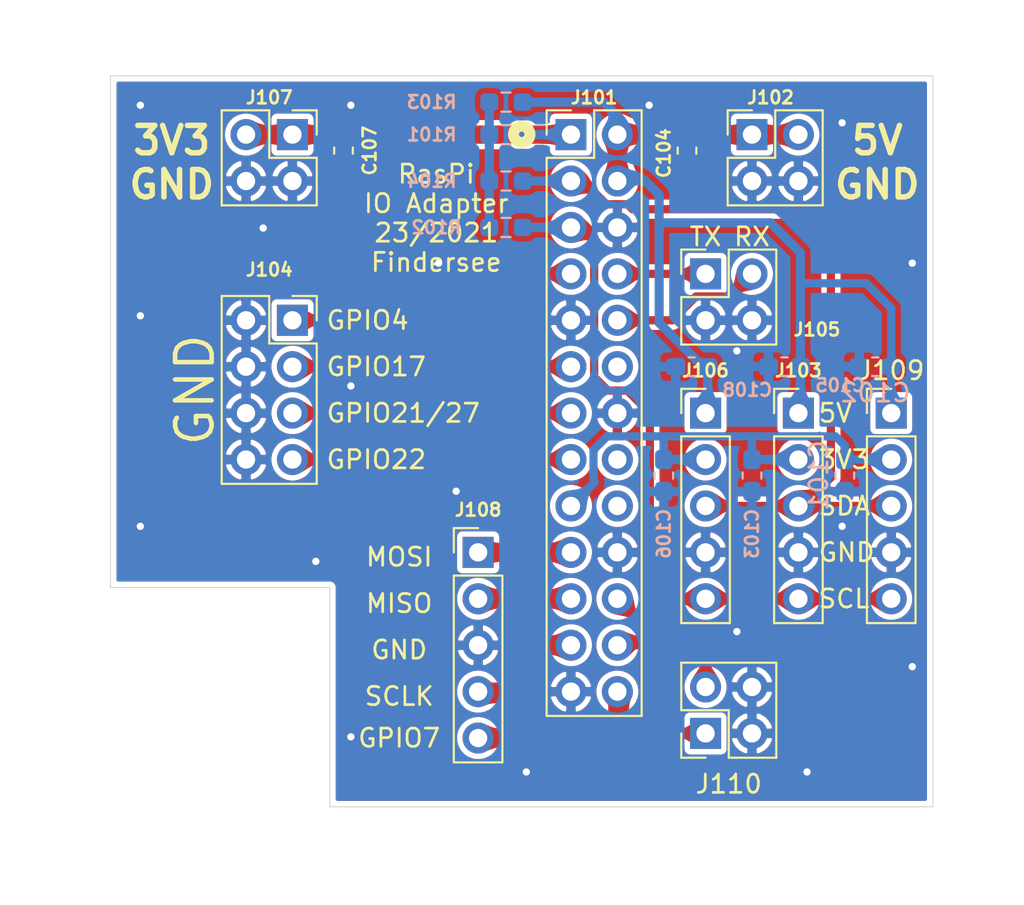
<source format=kicad_pcb>
(kicad_pcb (version 20171130) (host pcbnew "(5.1.7)-1")
  (layers (0 F.Cu signal) (31 B.Cu signal) (34 B.Paste user) (35 F.Paste user) (36 B.SilkS user) (37 F.SilkS user) (38 B.Mask user) (39 F.Mask user) (44 Edge.Cuts user))
  (net 0 "")
  (net 1 GND)
  (net 2 +3V3)
  (net 3 +5V)
  (net 4 /GPIO7)
  (net 5 "Net-(J101-Pad18)")
  (net 6 "Net-(J101-Pad16)")
  (net 7 /GPIO22)
  (net 8 "Net-(J101-Pad12)")
  (net 9 /GPIO17)
  (net 10 /RXD)
  (net 11 /TXD)
  (net 12 /GPIO4)
  (net 13 /SCL)
  (net 14 /SDA)
  (net 15 /SCLK)
  (net 16 /MISO)
  (net 17 /MOSI)
  (net 18 "Net-(R101-Pad1)")
  (net 19 /GPIO21)
  (net 20 /GPIO8)
  (net 21 /GPI025)
  (module Connector_PinSocket_2.54mm:PinSocket_2x02_P2.54mm_Vertical (layer F.Cu) (at 162.56 125.984 180)
    (fp_text reference J110 (at -1.27 -2.77) (layer F.SilkS))
    (fp_text value Conn_01x04)
    (pad 4 thru_hole oval (at -2.54 2.54 180) (size 1.7 1.7) (drill 1) (layers *.Cu *.Mask) (net 1 GND))
    (pad 3 thru_hole oval (at 0 2.54 180) (size 1.7 1.7) (drill 1) (layers *.Cu *.Mask) (net 21 /GPI025))
    (pad 2 thru_hole oval (at -2.54 0 180) (size 1.7 1.7) (drill 1) (layers *.Cu *.Mask) (net 1 GND))
    (pad 1 thru_hole rect (at 0 0 180) (size 1.7 1.7) (drill 1) (layers *.Cu *.Mask) (net 20 /GPIO8))
  )
  (module Connector_PinHeader_2.54mm:PinHeader_2x13_P2.54mm_Vertical (layer F.Cu) (at 155.194 93.218)
    (fp_text reference J101 (at 1.27 -2.032) (layer F.SilkS) (effects (font (size 0.7 0.7))))
    (fp_text value Conn_02x13_Odd_Even)
    (pad 26 thru_hole oval (at 2.54 30.48) (size 1.7 1.7) (drill 1) (layers *.Cu *.Mask) (net 4 /GPIO7))
    (pad 25 thru_hole oval (at 0 30.48) (size 1.7 1.7) (drill 1) (layers *.Cu *.Mask) (net 1 GND))
    (pad 24 thru_hole oval (at 2.54 27.94) (size 1.7 1.7) (drill 1) (layers *.Cu *.Mask) (net 20 /GPIO8))
    (pad 23 thru_hole oval (at 0 27.94) (size 1.7 1.7) (drill 1) (layers *.Cu *.Mask) (net 15 /SCLK))
    (pad 22 thru_hole oval (at 2.54 25.4) (size 1.7 1.7) (drill 1) (layers *.Cu *.Mask) (net 21 /GPI025))
    (pad 21 thru_hole oval (at 0 25.4) (size 1.7 1.7) (drill 1) (layers *.Cu *.Mask) (net 16 /MISO))
    (pad 20 thru_hole oval (at 2.54 22.86) (size 1.7 1.7) (drill 1) (layers *.Cu *.Mask) (net 1 GND))
    (pad 19 thru_hole oval (at 0 22.86) (size 1.7 1.7) (drill 1) (layers *.Cu *.Mask) (net 17 /MOSI))
    (pad 18 thru_hole oval (at 2.54 20.32) (size 1.7 1.7) (drill 1) (layers *.Cu *.Mask) (net 5 "Net-(J101-Pad18)"))
    (pad 17 thru_hole oval (at 0 20.32) (size 1.7 1.7) (drill 1) (layers *.Cu *.Mask) (net 2 +3V3))
    (pad 16 thru_hole oval (at 2.54 17.78) (size 1.7 1.7) (drill 1) (layers *.Cu *.Mask) (net 6 "Net-(J101-Pad16)"))
    (pad 15 thru_hole oval (at 0 17.78) (size 1.7 1.7) (drill 1) (layers *.Cu *.Mask) (net 7 /GPIO22))
    (pad 14 thru_hole oval (at 2.54 15.24) (size 1.7 1.7) (drill 1) (layers *.Cu *.Mask) (net 1 GND))
    (pad 13 thru_hole oval (at 0 15.24) (size 1.7 1.7) (drill 1) (layers *.Cu *.Mask) (net 19 /GPIO21))
    (pad 12 thru_hole oval (at 2.54 12.7) (size 1.7 1.7) (drill 1) (layers *.Cu *.Mask) (net 8 "Net-(J101-Pad12)"))
    (pad 11 thru_hole oval (at 0 12.7) (size 1.7 1.7) (drill 1) (layers *.Cu *.Mask) (net 9 /GPIO17))
    (pad 10 thru_hole oval (at 2.54 10.16) (size 1.7 1.7) (drill 1) (layers *.Cu *.Mask) (net 10 /RXD))
    (pad 9 thru_hole oval (at 0 10.16) (size 1.7 1.7) (drill 1) (layers *.Cu *.Mask) (net 1 GND))
    (pad 8 thru_hole oval (at 2.54 7.62) (size 1.7 1.7) (drill 1) (layers *.Cu *.Mask) (net 11 /TXD))
    (pad 7 thru_hole oval (at 0 7.62) (size 1.7 1.7) (drill 1) (layers *.Cu *.Mask) (net 12 /GPIO4))
    (pad 6 thru_hole oval (at 2.54 5.08) (size 1.7 1.7) (drill 1) (layers *.Cu *.Mask) (net 1 GND))
    (pad 5 thru_hole oval (at 0 5.08) (size 1.7 1.7) (drill 1) (layers *.Cu *.Mask) (net 13 /SCL))
    (pad 4 thru_hole oval (at 2.54 2.54) (size 1.7 1.7) (drill 1) (layers *.Cu *.Mask) (net 3 +5V))
    (pad 3 thru_hole oval (at 0 2.54) (size 1.7 1.7) (drill 1) (layers *.Cu *.Mask) (net 14 /SDA))
    (pad 2 thru_hole oval (at 2.54 0) (size 1.7 1.7) (drill 1) (layers *.Cu *.Mask) (net 3 +5V))
    (pad 1 thru_hole rect (at 0 0) (size 1.7 1.7) (drill 1) (layers *.Cu *.Mask) (net 2 +3V3))
  )
  (module Connector_PinHeader_2.54mm:PinHeader_1x05_P2.54mm_Vertical (layer F.Cu) (at 172.72 108.458)
    (fp_text reference J109 (at 0 -2.33) (layer F.SilkS))
    (fp_text value Conn_01x05)
    (pad 5 thru_hole oval (at 0 10.16) (size 1.7 1.7) (drill 1) (layers *.Cu *.Mask) (net 13 /SCL))
    (pad 4 thru_hole oval (at 0 7.62) (size 1.7 1.7) (drill 1) (layers *.Cu *.Mask) (net 1 GND))
    (pad 3 thru_hole oval (at 0 5.08) (size 1.7 1.7) (drill 1) (layers *.Cu *.Mask) (net 14 /SDA))
    (pad 2 thru_hole oval (at 0 2.54) (size 1.7 1.7) (drill 1) (layers *.Cu *.Mask) (net 2 +3V3))
    (pad 1 thru_hole rect (at 0 0) (size 1.7 1.7) (drill 1) (layers *.Cu *.Mask) (net 3 +5V))
  )
  (module Capacitor_SMD:C_0603_1608Metric_Pad1.05x0.95mm_HandSolder (layer B.Cu) (at 171.845 105.918)
    (fp_text reference C102 (at 0 1.43) (layer B.SilkS) (effects (justify mirror)))
    (fp_text value 1u)
    (pad 2 smd roundrect (at 0.875 0) (size 1.05 0.95) (layers B.Cu B.Paste B.Mask) (net 3 +5V))
    (pad 1 smd roundrect (at -0.875 0) (size 1.05 0.95) (layers B.Cu B.Paste B.Mask) (net 1 GND))
  )
  (module Capacitor_SMD:C_0603_1608Metric_Pad1.05x0.95mm_HandSolder (layer B.Cu) (at 170.18 111.873 270)
    (fp_text reference C101 (at 0 1.43 270) (layer B.SilkS) (effects (justify mirror)))
    (fp_text value 1u)
    (pad 2 smd roundrect (at 0.875 0 270) (size 1.05 0.95) (layers B.Cu B.Paste B.Mask) (net 1 GND))
    (pad 1 smd roundrect (at -0.875 0 270) (size 1.05 0.95) (layers B.Cu B.Paste B.Mask) (net 2 +3V3))
  )
  (module Connector_PinSocket_2.54mm:PinSocket_2x04_P2.54mm_Vertical (layer F.Cu) (at 139.954 103.378)
    (fp_text reference J104 (at -1.27 -2.77) (layer F.SilkS) (effects (font (size 0.7 0.7))))
    (fp_text value Conn_02x04_Odd_Even)
    (pad 8 thru_hole oval (at -2.54 7.62) (size 1.7 1.7) (drill 1) (layers *.Cu *.Mask) (net 1 GND))
    (pad 7 thru_hole oval (at 0 7.62) (size 1.7 1.7) (drill 1) (layers *.Cu *.Mask) (net 7 /GPIO22))
    (pad 6 thru_hole oval (at -2.54 5.08) (size 1.7 1.7) (drill 1) (layers *.Cu *.Mask) (net 1 GND))
    (pad 5 thru_hole oval (at 0 5.08) (size 1.7 1.7) (drill 1) (layers *.Cu *.Mask) (net 19 /GPIO21))
    (pad 4 thru_hole oval (at -2.54 2.54) (size 1.7 1.7) (drill 1) (layers *.Cu *.Mask) (net 1 GND))
    (pad 3 thru_hole oval (at 0 2.54) (size 1.7 1.7) (drill 1) (layers *.Cu *.Mask) (net 9 /GPIO17))
    (pad 2 thru_hole oval (at -2.54 0) (size 1.7 1.7) (drill 1) (layers *.Cu *.Mask) (net 1 GND))
    (pad 1 thru_hole rect (at 0 0) (size 1.7 1.7) (drill 1) (layers *.Cu *.Mask) (net 12 /GPIO4))
  )
  (module Connector_PinHeader_2.54mm:PinHeader_2x02_P2.54mm_Vertical (layer F.Cu) (at 165.1 93.218)
    (fp_text reference J102 (at 1.016 -2.032) (layer F.SilkS) (effects (font (size 0.7 0.7))))
    (fp_text value Conn_01x04)
    (pad 4 thru_hole oval (at 2.54 2.54) (size 1.7 1.7) (drill 1) (layers *.Cu *.Mask) (net 1 GND))
    (pad 3 thru_hole oval (at 0 2.54) (size 1.7 1.7) (drill 1) (layers *.Cu *.Mask) (net 1 GND))
    (pad 2 thru_hole oval (at 2.54 0) (size 1.7 1.7) (drill 1) (layers *.Cu *.Mask) (net 3 +5V))
    (pad 1 thru_hole rect (at 0 0) (size 1.7 1.7) (drill 1) (layers *.Cu *.Mask) (net 3 +5V))
  )
  (module Connector_PinSocket_2.54mm:PinSocket_2x02_P2.54mm_Vertical (layer F.Cu) (at 139.954 93.218)
    (fp_text reference J107 (at -1.27 -2.032) (layer F.SilkS) (effects (font (size 0.7 0.7))))
    (fp_text value Conn_01x04)
    (pad 4 thru_hole oval (at -2.54 2.54) (size 1.7 1.7) (drill 1) (layers *.Cu *.Mask) (net 1 GND))
    (pad 3 thru_hole oval (at 0 2.54) (size 1.7 1.7) (drill 1) (layers *.Cu *.Mask) (net 1 GND))
    (pad 2 thru_hole oval (at -2.54 0) (size 1.7 1.7) (drill 1) (layers *.Cu *.Mask) (net 2 +3V3))
    (pad 1 thru_hole rect (at 0 0) (size 1.7 1.7) (drill 1) (layers *.Cu *.Mask) (net 2 +3V3))
  )
  (module Connector_PinSocket_2.54mm:PinSocket_2x02_P2.54mm_Vertical (layer F.Cu) (at 162.56 100.838 90)
    (fp_text reference J105 (at -3.048 6.096 180) (layer F.SilkS) (effects (font (size 0.7 0.7))))
    (fp_text value Conn_01x04)
    (pad 4 thru_hole oval (at -2.54 2.54 90) (size 1.7 1.7) (drill 1) (layers *.Cu *.Mask) (net 1 GND))
    (pad 3 thru_hole oval (at 0 2.54 90) (size 1.7 1.7) (drill 1) (layers *.Cu *.Mask) (net 10 /RXD))
    (pad 2 thru_hole oval (at -2.54 0 90) (size 1.7 1.7) (drill 1) (layers *.Cu *.Mask) (net 1 GND))
    (pad 1 thru_hole rect (at 0 0 90) (size 1.7 1.7) (drill 1) (layers *.Cu *.Mask) (net 11 /TXD))
  )
  (module Resistor_SMD:R_0603_1608Metric_Pad0.98x0.95mm_HandSolder (layer B.Cu) (at 151.638 95.758)
    (fp_text reference R104 (at -4.064 0 180) (layer B.SilkS) (effects (font (size 0.7 0.7)) (justify mirror)))
    (fp_text value 3k3)
    (pad 2 smd roundrect (at 0.9125 0) (size 0.975 0.95) (layers B.Cu B.Paste B.Mask) (net 14 /SDA))
    (pad 1 smd roundrect (at -0.9125 0) (size 0.975 0.95) (layers B.Cu B.Paste B.Mask) (net 18 "Net-(R101-Pad1)"))
  )
  (module Resistor_SMD:R_0603_1608Metric_Pad0.98x0.95mm_HandSolder (layer B.Cu) (at 151.638 91.44)
    (fp_text reference R103 (at -4.064 0) (layer B.SilkS) (effects (font (size 0.7 0.7)) (justify mirror)))
    (fp_text value 0R)
    (pad 2 smd roundrect (at 0.9125 0) (size 0.975 0.95) (layers B.Cu B.Paste B.Mask) (net 3 +5V))
    (pad 1 smd roundrect (at -0.9125 0) (size 0.975 0.95) (layers B.Cu B.Paste B.Mask) (net 18 "Net-(R101-Pad1)"))
  )
  (module Resistor_SMD:R_0603_1608Metric_Pad0.98x0.95mm_HandSolder (layer B.Cu) (at 151.638 98.298 180)
    (fp_text reference R102 (at 3.81 0 180) (layer B.SilkS) (effects (font (size 0.7 0.7)) (justify mirror)))
    (fp_text value 3k3)
    (pad 2 smd roundrect (at 0.9125 0 180) (size 0.975 0.95) (layers B.Cu B.Paste B.Mask) (net 18 "Net-(R101-Pad1)"))
    (pad 1 smd roundrect (at -0.9125 0 180) (size 0.975 0.95) (layers B.Cu B.Paste B.Mask) (net 13 /SCL))
  )
  (module Resistor_SMD:R_0603_1608Metric_Pad0.98x0.95mm_HandSolder (layer B.Cu) (at 151.638 93.218)
    (fp_text reference R101 (at -4.064 0) (layer B.SilkS) (effects (font (size 0.7 0.7)) (justify mirror)))
    (fp_text value 0R)
    (pad 2 smd roundrect (at 0.9125 0) (size 0.975 0.95) (layers B.Cu B.Paste B.Mask) (net 2 +3V3))
    (pad 1 smd roundrect (at -0.9125 0) (size 0.975 0.95) (layers B.Cu B.Paste B.Mask) (net 18 "Net-(R101-Pad1)"))
  )
  (module Connector_PinHeader_2.54mm:PinHeader_1x05_P2.54mm_Vertical (layer F.Cu) (at 150.114 116.078)
    (fp_text reference J108 (at 0 -2.33) (layer F.SilkS) (effects (font (size 0.7 0.7))))
    (fp_text value Conn_01x05)
    (pad 5 thru_hole oval (at 0 10.16) (size 1.7 1.7) (drill 1) (layers *.Cu *.Mask) (net 4 /GPIO7))
    (pad 4 thru_hole oval (at 0 7.62) (size 1.7 1.7) (drill 1) (layers *.Cu *.Mask) (net 15 /SCLK))
    (pad 3 thru_hole oval (at 0 5.08) (size 1.7 1.7) (drill 1) (layers *.Cu *.Mask) (net 1 GND))
    (pad 2 thru_hole oval (at 0 2.54) (size 1.7 1.7) (drill 1) (layers *.Cu *.Mask) (net 16 /MISO))
    (pad 1 thru_hole rect (at 0 0) (size 1.7 1.7) (drill 1) (layers *.Cu *.Mask) (net 17 /MOSI))
  )
  (module Connector_PinHeader_2.54mm:PinHeader_1x05_P2.54mm_Vertical (layer F.Cu) (at 162.56 108.458)
    (fp_text reference J106 (at 0 -2.33) (layer F.SilkS) (effects (font (size 0.7 0.7))))
    (fp_text value Conn_01x05)
    (pad 5 thru_hole oval (at 0 10.16) (size 1.7 1.7) (drill 1) (layers *.Cu *.Mask) (net 13 /SCL))
    (pad 4 thru_hole oval (at 0 7.62) (size 1.7 1.7) (drill 1) (layers *.Cu *.Mask) (net 1 GND))
    (pad 3 thru_hole oval (at 0 5.08) (size 1.7 1.7) (drill 1) (layers *.Cu *.Mask) (net 14 /SDA))
    (pad 2 thru_hole oval (at 0 2.54) (size 1.7 1.7) (drill 1) (layers *.Cu *.Mask) (net 2 +3V3))
    (pad 1 thru_hole rect (at 0 0) (size 1.7 1.7) (drill 1) (layers *.Cu *.Mask) (net 3 +5V))
  )
  (module Connector_PinHeader_2.54mm:PinHeader_1x05_P2.54mm_Vertical (layer F.Cu) (at 167.64 108.458)
    (fp_text reference J103 (at 0 -2.33) (layer F.SilkS) (effects (font (size 0.7 0.7))))
    (fp_text value Conn_01x05)
    (pad 5 thru_hole oval (at 0 10.16) (size 1.7 1.7) (drill 1) (layers *.Cu *.Mask) (net 13 /SCL))
    (pad 4 thru_hole oval (at 0 7.62) (size 1.7 1.7) (drill 1) (layers *.Cu *.Mask) (net 1 GND))
    (pad 3 thru_hole oval (at 0 5.08) (size 1.7 1.7) (drill 1) (layers *.Cu *.Mask) (net 14 /SDA))
    (pad 2 thru_hole oval (at 0 2.54) (size 1.7 1.7) (drill 1) (layers *.Cu *.Mask) (net 2 +3V3))
    (pad 1 thru_hole rect (at 0 0) (size 1.7 1.7) (drill 1) (layers *.Cu *.Mask) (net 3 +5V))
  )
  (module Capacitor_SMD:C_0603_1608Metric_Pad1.05x0.95mm_HandSolder (layer B.Cu) (at 161.798 105.918)
    (fp_text reference C108 (at 3.048 1.27) (layer B.SilkS) (effects (font (size 0.7 0.7)) (justify mirror)))
    (fp_text value 1u)
    (pad 2 smd roundrect (at 0.875 0) (size 1.05 0.95) (layers B.Cu B.Paste B.Mask) (net 3 +5V))
    (pad 1 smd roundrect (at -0.875 0) (size 1.05 0.95) (layers B.Cu B.Paste B.Mask) (net 1 GND))
  )
  (module Capacitor_SMD:C_0603_1608Metric_Pad1.05x0.95mm_HandSolder (layer F.Cu) (at 142.748 94.093 270)
    (fp_text reference C107 (at 0 -1.43 270) (layer F.SilkS) (effects (font (size 0.7 0.7))))
    (fp_text value 1u)
    (pad 2 smd roundrect (at 0.875 0 270) (size 1.05 0.95) (layers F.Cu F.Paste F.Mask) (net 1 GND))
    (pad 1 smd roundrect (at -0.875 0 270) (size 1.05 0.95) (layers F.Cu F.Paste F.Mask) (net 2 +3V3))
  )
  (module Capacitor_SMD:C_0603_1608Metric_Pad1.05x0.95mm_HandSolder (layer B.Cu) (at 160.274 111.873 270)
    (fp_text reference C106 (at 3.189 0 270) (layer B.SilkS) (effects (font (size 0.7 0.7)) (justify mirror)))
    (fp_text value 1u)
    (pad 2 smd roundrect (at 0.875 0 270) (size 1.05 0.95) (layers B.Cu B.Paste B.Mask) (net 1 GND))
    (pad 1 smd roundrect (at -0.875 0 270) (size 1.05 0.95) (layers B.Cu B.Paste B.Mask) (net 2 +3V3))
  )
  (module Capacitor_SMD:C_0603_1608Metric_Pad1.05x0.95mm_HandSolder (layer B.Cu) (at 166.878 105.918)
    (fp_text reference C105 (at 3.048 1.016 180) (layer B.SilkS) (effects (font (size 0.7 0.7)) (justify mirror)))
    (fp_text value 1u)
    (pad 2 smd roundrect (at 0.875 0) (size 1.05 0.95) (layers B.Cu B.Paste B.Mask) (net 3 +5V))
    (pad 1 smd roundrect (at -0.875 0) (size 1.05 0.95) (layers B.Cu B.Paste B.Mask) (net 1 GND))
  )
  (module Capacitor_SMD:C_0603_1608Metric_Pad1.05x0.95mm_HandSolder (layer F.Cu) (at 161.544 94.093 270)
    (fp_text reference C104 (at 0.141 1.27 90) (layer F.SilkS) (effects (font (size 0.7 0.7))))
    (fp_text value 1u)
    (pad 2 smd roundrect (at 0.875 0 270) (size 1.05 0.95) (layers F.Cu F.Paste F.Mask) (net 1 GND))
    (pad 1 smd roundrect (at -0.875 0 270) (size 1.05 0.95) (layers F.Cu F.Paste F.Mask) (net 3 +5V))
  )
  (module Capacitor_SMD:C_0603_1608Metric_Pad1.05x0.95mm_HandSolder (layer B.Cu) (at 165.1 111.873 270)
    (fp_text reference C103 (at 3.189 0 270) (layer B.SilkS) (effects (font (size 0.7 0.7)) (justify mirror)))
    (fp_text value 1u)
    (pad 2 smd roundrect (at 0.875 0 270) (size 1.05 0.95) (layers B.Cu B.Paste B.Mask) (net 1 GND))
    (pad 1 smd roundrect (at -0.875 0 270) (size 1.05 0.95) (layers B.Cu B.Paste B.Mask) (net 2 +3V3))
  )
  (gr_circle (center 152.5 93.2) (end 152.65 93.2) (layer F.SilkS) (width 0.6))
  (gr_text SDA (at 168.656 113.538) (layer F.SilkS) (effects (font (size 1 1)) (justify left)))
  (gr_text "RasPi\nIO Adapter\n23/2021\nFindersee" (at 147.828 97.79) (layer F.SilkS) (effects (font (size 1 1))))
  (gr_text "5V\nGND" (at 171.958 94.742) (layer F.SilkS) (effects (font (size 1.5 1.5) (thickness 0.3))))
  (gr_text TX (at 162.56 98.806) (layer F.SilkS) (effects (font (size 1 1))))
  (gr_text RX (at 165.1 98.806) (layer F.SilkS) (effects (font (size 1 1))))
  (gr_text SCL (at 168.656 118.618) (layer F.SilkS) (effects (font (size 1 1)) (justify left)))
  (gr_text GND (at 168.656 116.078) (layer F.SilkS) (effects (font (size 1 1)) (justify left)))
  (gr_text 3V3 (at 168.656 110.998) (layer F.SilkS) (effects (font (size 1 1)) (justify left)))
  (gr_text 5V (at 168.656 108.458) (layer F.SilkS) (effects (font (size 1 1)) (justify left)))
  (gr_text GND (at 134.62 107.188 90) (layer F.SilkS) (effects (font (size 2 2) (thickness 0.25))))
  (gr_text GPIO22 (at 141.732 110.998) (layer F.SilkS) (effects (font (size 1 1)) (justify left)))
  (gr_text GPIO21/27 (at 141.732 108.458) (layer F.SilkS) (effects (font (size 1 1)) (justify left)))
  (gr_text GPIO17 (at 141.732 105.918) (layer F.SilkS) (effects (font (size 1 1)) (justify left)))
  (gr_text GPIO4 (at 141.732 103.378) (layer F.SilkS) (effects (font (size 1 1)) (justify left)))
  (gr_text "3V3\nGND" (at 133.35 94.742) (layer F.SilkS) (effects (font (size 1.5 1.5) (thickness 0.3))))
  (gr_text SCLK (at 145.796 123.952) (layer F.SilkS) (effects (font (size 1 1))))
  (gr_text GND (at 145.796 121.412) (layer F.SilkS) (effects (font (size 1 1))))
  (gr_text MISO (at 145.796 118.872) (layer F.SilkS) (effects (font (size 1 1))))
  (gr_text MOSI (at 145.796 116.332) (layer F.SilkS) (effects (font (size 1 1))))
  (gr_text GPIO7 (at 145.796 126.238) (layer F.SilkS) (effects (font (size 1 1))))
  (gr_line (start 130 118) (end 130 90) (layer Edge.Cuts) (width 0.05))
  (gr_line (start 142 118) (end 130 118) (layer Edge.Cuts) (width 0.05))
  (gr_line (start 142 130) (end 142 118) (layer Edge.Cuts) (width 0.05))
  (gr_line (start 175 130) (end 142 130) (layer Edge.Cuts) (width 0.05))
  (gr_line (start 175 90) (end 175 130) (layer Edge.Cuts) (width 0.05))
  (gr_line (start 130 90) (end 175 90) (layer Edge.Cuts) (width 0.05))
  (via (at 131.632 91.612) (size 0.8) (drill 0.4) (layers F.Cu B.Cu) (net 1))
  (via (at 131.632 103.132) (size 0.8) (drill 0.4) (layers F.Cu B.Cu) (net 1))
  (via (at 131.632 114.652) (size 0.8) (drill 0.4) (layers F.Cu B.Cu) (net 1))
  (via (at 138.352 98.332) (size 0.8) (drill 0.4) (layers F.Cu B.Cu) (net 1))
  (via (at 141.232 116.572) (size 0.8) (drill 0.4) (layers F.Cu B.Cu) (net 1))
  (via (at 143.152 91.612) (size 0.8) (drill 0.4) (layers F.Cu B.Cu) (net 1))
  (via (at 143.152 106.972) (size 0.8) (drill 0.4) (layers F.Cu B.Cu) (net 1))
  (via (at 143.152 126.172) (size 0.8) (drill 0.4) (layers F.Cu B.Cu) (net 1))
  (via (at 147.952 100.252) (size 0.8) (drill 0.4) (layers F.Cu B.Cu) (net 1))
  (via (at 148.912 112.732) (size 0.8) (drill 0.4) (layers F.Cu B.Cu) (net 1))
  (via (at 152.752 128.092) (size 0.8) (drill 0.4) (layers F.Cu B.Cu) (net 1))
  (via (at 159.472 91.612) (size 0.8) (drill 0.4) (layers F.Cu B.Cu) (net 1))
  (via (at 164.272 105.052) (size 0.8) (drill 0.4) (layers F.Cu B.Cu) (net 1))
  (via (at 164.272 120.412) (size 0.8) (drill 0.4) (layers F.Cu B.Cu) (net 1))
  (via (at 168.112 128.092) (size 0.8) (drill 0.4) (layers F.Cu B.Cu) (net 1))
  (via (at 170.032 92.572) (size 0.8) (drill 0.4) (layers F.Cu B.Cu) (net 1))
  (via (at 170.032 114.652) (size 0.8) (drill 0.4) (layers F.Cu B.Cu) (net 1))
  (via (at 173.872 100.252) (size 0.8) (drill 0.4) (layers F.Cu B.Cu) (net 1))
  (via (at 173.872 122.332) (size 0.8) (drill 0.4) (layers F.Cu B.Cu) (net 1))
  (segment (start 152.5505 93.218) (end 155.194 93.218) (width 0.5) (layer B.Cu) (net 2))
  (segment (start 147.574 93.218) (end 142.748 93.218) (width 1) (layer F.Cu) (net 2))
  (segment (start 155.194 93.218) (end 147.574 93.218) (width 1) (layer F.Cu) (net 2))
  (segment (start 142.748 93.218) (end 139.954 93.218) (width 1) (layer F.Cu) (net 2))
  (segment (start 139.954 93.218) (end 137.414 93.218) (width 1) (layer F.Cu) (net 2))
  (segment (start 160.274 110.998) (end 162.56 110.998) (width 0.5) (layer B.Cu) (net 2))
  (segment (start 167.64 110.998) (end 165.1 110.998) (width 0.5) (layer B.Cu) (net 2))
  (segment (start 156.337 112.395) (end 155.194 113.538) (width 0.45) (layer B.Cu) (net 2))
  (segment (start 156.498999 112.233001) (end 156.337 112.395) (width 0.45) (layer B.Cu) (net 2))
  (segment (start 156.429001 112.302999) (end 156.337 112.395) (width 0.45) (layer B.Cu) (net 2))
  (segment (start 156.429001 110.475197) (end 156.429001 112.302999) (width 0.45) (layer B.Cu) (net 2))
  (segment (start 157.176198 109.728) (end 156.429001 110.475197) (width 0.45) (layer B.Cu) (net 2))
  (segment (start 170.18 110.998) (end 172.72 110.998) (width 0.45) (layer B.Cu) (net 2))
  (segment (start 170.18 110.236) (end 170.18 110.998) (width 0.45) (layer B.Cu) (net 2))
  (segment (start 169.672 109.728) (end 170.18 110.236) (width 0.45) (layer B.Cu) (net 2))
  (segment (start 160.274 110.998) (end 160.274 110.236) (width 0.45) (layer B.Cu) (net 2))
  (segment (start 159.766 109.728) (end 157.176198 109.728) (width 0.45) (layer B.Cu) (net 2))
  (segment (start 165.1 110.998) (end 165.1 110.236) (width 0.45) (layer B.Cu) (net 2))
  (segment (start 164.592 109.728) (end 164.846 109.728) (width 0.45) (layer B.Cu) (net 2))
  (segment (start 164.084 109.728) (end 164.592 109.728) (width 0.45) (layer B.Cu) (net 2))
  (segment (start 165.1 110.236) (end 165.1 109.728) (width 0.45) (layer B.Cu) (net 2))
  (segment (start 165.1 109.728) (end 169.672 109.728) (width 0.45) (layer B.Cu) (net 2))
  (segment (start 164.846 109.728) (end 165.1 109.728) (width 0.45) (layer B.Cu) (net 2))
  (segment (start 160.274 110.236) (end 160.274 109.728) (width 0.45) (layer B.Cu) (net 2))
  (segment (start 160.274 109.728) (end 159.766 109.728) (width 0.45) (layer B.Cu) (net 2))
  (segment (start 164.084 109.728) (end 160.274 109.728) (width 0.45) (layer B.Cu) (net 2))
  (segment (start 157.734 93.218) (end 162.56 93.218) (width 1) (layer F.Cu) (net 3))
  (segment (start 162.56 93.218) (end 165.1 93.218) (width 1) (layer F.Cu) (net 3))
  (segment (start 157.734 93.218) (end 157.734 95.758) (width 1) (layer F.Cu) (net 3))
  (segment (start 152.5505 91.44) (end 156.972 91.44) (width 0.5) (layer B.Cu) (net 3))
  (segment (start 157.734 92.202) (end 157.734 93.218) (width 0.5) (layer B.Cu) (net 3))
  (segment (start 156.972 91.44) (end 157.734 92.202) (width 0.5) (layer B.Cu) (net 3))
  (segment (start 167.753 108.345) (end 167.64 108.458) (width 0.5) (layer B.Cu) (net 3))
  (segment (start 167.753 105.918) (end 167.753 108.345) (width 0.5) (layer B.Cu) (net 3))
  (segment (start 162.673 108.345) (end 162.56 108.458) (width 0.5) (layer B.Cu) (net 3))
  (segment (start 162.673 105.918) (end 162.673 108.345) (width 0.5) (layer B.Cu) (net 3))
  (segment (start 160.02 98.044) (end 160.02 96.52) (width 0.5) (layer B.Cu) (net 3))
  (segment (start 167.753 99.681) (end 166.116 98.044) (width 0.5) (layer B.Cu) (net 3))
  (segment (start 166.116 98.044) (end 160.02 98.044) (width 0.5) (layer B.Cu) (net 3))
  (segment (start 160.02 96.52) (end 159.258 95.758) (width 0.5) (layer B.Cu) (net 3))
  (segment (start 159.258 95.758) (end 157.734 95.758) (width 0.5) (layer B.Cu) (net 3))
  (segment (start 160.02 103.517712) (end 160.02 98.044) (width 0.5) (layer B.Cu) (net 3))
  (segment (start 162.420288 105.918) (end 160.02 103.517712) (width 0.5) (layer B.Cu) (net 3))
  (segment (start 162.673 105.918) (end 162.420288 105.918) (width 0.5) (layer B.Cu) (net 3))
  (segment (start 165.1 93.218) (end 167.64 93.218) (width 1) (layer F.Cu) (net 3))
  (segment (start 167.753 105.918) (end 167.753 103.745) (width 0.5) (layer B.Cu) (net 3))
  (segment (start 167.753 103.745) (end 167.753 102.249) (width 0.5) (layer B.Cu) (net 3))
  (segment (start 167.753 101.353) (end 171.353 101.353) (width 0.45) (layer B.Cu) (net 3))
  (segment (start 167.753 102.249) (end 167.753 101.353) (width 0.5) (layer B.Cu) (net 3))
  (segment (start 167.753 101.353) (end 167.753 99.681) (width 0.5) (layer B.Cu) (net 3))
  (segment (start 172.72 102.72) (end 172.72 105.918) (width 0.45) (layer B.Cu) (net 3))
  (segment (start 171.353 101.353) (end 172.72 102.72) (width 0.45) (layer B.Cu) (net 3))
  (segment (start 172.72 105.918) (end 172.72 108.458) (width 0.45) (layer B.Cu) (net 3))
  (segment (start 150.114 126.238) (end 156.718 126.238) (width 1) (layer F.Cu) (net 4))
  (segment (start 157.734 125.222) (end 157.734 123.698) (width 1) (layer F.Cu) (net 4))
  (segment (start 156.718 126.238) (end 157.734 125.222) (width 1) (layer F.Cu) (net 4))
  (segment (start 155.194 110.998) (end 139.954 110.998) (width 0.5) (layer F.Cu) (net 7))
  (segment (start 139.954 105.918) (end 155.194 105.918) (width 0.5) (layer F.Cu) (net 9))
  (segment (start 162.037197 102.073001) (end 163.864999 102.073001) (width 0.45) (layer F.Cu) (net 10))
  (segment (start 160.732198 103.378) (end 162.037197 102.073001) (width 0.45) (layer F.Cu) (net 10))
  (segment (start 163.864999 102.073001) (end 165.1 100.838) (width 0.45) (layer F.Cu) (net 10))
  (segment (start 157.734 103.378) (end 160.732198 103.378) (width 0.45) (layer F.Cu) (net 10))
  (segment (start 162.56 100.838) (end 157.734 100.838) (width 0.45) (layer F.Cu) (net 11))
  (segment (start 149.86 103.378) (end 152.4 100.838) (width 0.5) (layer F.Cu) (net 12))
  (segment (start 139.954 103.378) (end 149.86 103.378) (width 0.5) (layer F.Cu) (net 12))
  (segment (start 152.4 100.838) (end 155.194 100.838) (width 0.5) (layer F.Cu) (net 12))
  (segment (start 152.5505 98.298) (end 155.194 98.298) (width 0.5) (layer B.Cu) (net 13))
  (segment (start 162.56 118.618) (end 167.64 118.618) (width 0.45) (layer F.Cu) (net 13))
  (segment (start 155.702 98.298) (end 155.194 98.298) (width 0.45) (layer F.Cu) (net 13))
  (segment (start 156.464 99.06) (end 155.702 98.298) (width 0.45) (layer F.Cu) (net 13))
  (segment (start 156.464 106.475802) (end 156.464 99.06) (width 0.45) (layer F.Cu) (net 13))
  (segment (start 157.211197 107.222999) (end 156.464 106.475802) (width 0.45) (layer F.Cu) (net 13))
  (segment (start 158.276999 107.222999) (end 157.211197 107.222999) (width 0.45) (layer F.Cu) (net 13))
  (segment (start 159.512 108.458) (end 158.276999 107.222999) (width 0.45) (layer F.Cu) (net 13))
  (segment (start 159.512 117.602) (end 159.512 108.458) (width 0.45) (layer F.Cu) (net 13))
  (segment (start 160.528 118.618) (end 159.512 117.602) (width 0.45) (layer F.Cu) (net 13))
  (segment (start 162.56 118.618) (end 160.528 118.618) (width 0.45) (layer F.Cu) (net 13))
  (segment (start 167.64 118.618) (end 172.72 118.618) (width 0.45) (layer F.Cu) (net 13))
  (segment (start 152.5505 95.758) (end 155.194 95.758) (width 0.5) (layer B.Cu) (net 14))
  (segment (start 162.56 113.538) (end 167.64 113.538) (width 0.45) (layer F.Cu) (net 14))
  (segment (start 167.64 113.538) (end 168.402 113.538) (width 0.3) (layer B.Cu) (net 14))
  (segment (start 170.688 113.538) (end 172.72 113.538) (width 0.45) (layer F.Cu) (net 14))
  (segment (start 169.418 113.538) (end 167.64 113.538) (width 0.45) (layer F.Cu) (net 14))
  (segment (start 170.688 113.538) (end 169.418 113.538) (width 0.45) (layer F.Cu) (net 14))
  (segment (start 155.858 95.758) (end 155.194 95.758) (width 0.45) (layer F.Cu) (net 14))
  (segment (start 157.128 97.028) (end 155.858 95.758) (width 0.45) (layer F.Cu) (net 14))
  (segment (start 158.291802 97.028) (end 157.128 97.028) (width 0.45) (layer F.Cu) (net 14))
  (segment (start 158.563802 97.3) (end 158.291802 97.028) (width 0.45) (layer F.Cu) (net 14))
  (segment (start 167.7 97.3) (end 158.563802 97.3) (width 0.45) (layer F.Cu) (net 14))
  (segment (start 169.418 99.018) (end 167.7 97.3) (width 0.45) (layer F.Cu) (net 14))
  (segment (start 167.64 113.538) (end 167.862 113.538) (width 0.45) (layer F.Cu) (net 14))
  (segment (start 169.418 111.982) (end 169.418 111.582) (width 0.45) (layer F.Cu) (net 14))
  (segment (start 167.862 113.538) (end 169.418 111.982) (width 0.45) (layer F.Cu) (net 14))
  (segment (start 169.418 111.582) (end 169.418 99.018) (width 0.45) (layer F.Cu) (net 14))
  (segment (start 150.114 123.698) (end 151.638 123.698) (width 1) (layer F.Cu) (net 15))
  (segment (start 151.638 123.698) (end 152.654 122.682) (width 1) (layer F.Cu) (net 15))
  (segment (start 152.654 122.682) (end 152.654 121.666) (width 1) (layer F.Cu) (net 15))
  (segment (start 153.162 121.158) (end 155.194 121.158) (width 1) (layer F.Cu) (net 15))
  (segment (start 152.654 121.666) (end 153.162 121.158) (width 1) (layer F.Cu) (net 15))
  (segment (start 150.114 118.618) (end 155.194 118.618) (width 1) (layer F.Cu) (net 16))
  (segment (start 150.114 116.078) (end 155.194 116.078) (width 1) (layer F.Cu) (net 17))
  (segment (start 150.7255 95.758) (end 150.7255 98.298) (width 0.5) (layer B.Cu) (net 18))
  (segment (start 150.7255 93.218) (end 150.7255 95.758) (width 0.5) (layer B.Cu) (net 18))
  (segment (start 150.7255 91.44) (end 150.7255 93.218) (width 0.5) (layer B.Cu) (net 18))
  (segment (start 139.954 108.458) (end 155.194 108.458) (width 0.5) (layer F.Cu) (net 19))
  (segment (start 159.258 121.158) (end 157.734 121.158) (width 0.45) (layer F.Cu) (net 20))
  (segment (start 160.02 121.92) (end 159.258 121.158) (width 0.45) (layer F.Cu) (net 20))
  (segment (start 160.02 125.476) (end 160.02 121.92) (width 0.45) (layer F.Cu) (net 20))
  (segment (start 160.528 125.984) (end 160.02 125.476) (width 0.45) (layer F.Cu) (net 20))
  (segment (start 162.56 125.984) (end 160.528 125.984) (width 0.45) (layer F.Cu) (net 20))
  (segment (start 161.544 120.396) (end 162.56 121.412) (width 0.45) (layer F.Cu) (net 21))
  (segment (start 159.512 120.396) (end 161.544 120.396) (width 0.45) (layer F.Cu) (net 21))
  (segment (start 162.56 121.412) (end 162.56 123.444) (width 0.45) (layer F.Cu) (net 21))
  (segment (start 157.734 118.618) (end 159.512 120.396) (width 0.45) (layer F.Cu) (net 21))
  (zone (net 1) (net_name GND) (layer F.Cu) (connect_pads (clearance 0.3)) (min_thickness 0.2) (fill yes (arc_segments 32) (thermal_gap 0.3) (thermal_bridge_width 0.508))
    (polygon (pts (xy 180 135.382) (xy 123.952 135.382) (xy 123.952 85.852) (xy 180 85.852)))
  )
  (zone (net 1) (net_name GND) (layer B.Cu) (connect_pads (clearance 0.3)) (min_thickness 0.2) (fill yes (arc_segments 32) (thermal_gap 0.3) (thermal_bridge_width 0.508))
    (polygon (pts (xy 177 132.842) (xy 127.762 132.842) (xy 127.762 87.63) (xy 177 87.63)))
  )
  (zone (net 2) (net_name +3V3) (layer B.Cu) (priority 16962) (connect_pads yes (clearance 0.16)) (min_thickness 0.0254) (fill yes (arc_segments 32) (thermal_gap 0.508) (thermal_bridge_width 0.508))
    (polygon (pts (xy 153.504 93.468) (xy 153.698271 93.475265) (xy 153.860661 93.496122) (xy 153.997933 93.52916) (xy 154.116847 93.572968) (xy 154.224166 93.626135) (xy 154.326652 93.687252) (xy 154.431066 93.754907) (xy 154.544169 93.82769) (xy 154.672725 93.904191) (xy 154.823494 93.983) (xy 155.619 93.218) (xy 154.823494 92.453) (xy 154.672725 92.531808) (xy 154.544169 92.608309) (xy 154.431066 92.681092) (xy 154.326652 92.748747) (xy 154.224166 92.809864) (xy 154.116847 92.863031) (xy 153.997933 92.906839) (xy 153.860661 92.939877) (xy 153.698271 92.960734) (xy 153.504 92.968)))
  )
  (zone (net 2) (net_name +3V3) (layer F.Cu) (priority 16962) (connect_pads yes (clearance 0.16)) (min_thickness 0.0254) (fill yes (arc_segments 32) (thermal_gap 0.508) (thermal_bridge_width 0.508))
    (polygon (pts (xy 153.504 93.718) (xy 153.692084 93.719423) (xy 153.855608 93.724239) (xy 153.999103 93.733266) (xy 154.127101 93.747319) (xy 154.244136 93.767218) (xy 154.35474 93.793779) (xy 154.463445 93.82782) (xy 154.574784 93.870159) (xy 154.69329 93.921613) (xy 154.823494 93.983) (xy 155.619 93.218) (xy 154.823494 92.453) (xy 154.69329 92.514386) (xy 154.574784 92.56584) (xy 154.463445 92.608179) (xy 154.35474 92.64222) (xy 154.244136 92.668781) (xy 154.127101 92.68868) (xy 153.999103 92.702733) (xy 153.855608 92.71176) (xy 153.692084 92.716576) (xy 153.504 92.718)))
  )
  (zone (net 2) (net_name +3V3) (layer F.Cu) (priority 16962) (connect_pads yes (clearance 0.16)) (min_thickness 0.0254) (fill yes (arc_segments 32) (thermal_gap 0.508) (thermal_bridge_width 0.508))
    (polygon (pts (xy 141.644 92.718) (xy 141.455915 92.716576) (xy 141.292391 92.71176) (xy 141.148896 92.702733) (xy 141.020898 92.68868) (xy 140.903863 92.668781) (xy 140.793259 92.64222) (xy 140.684554 92.608179) (xy 140.573215 92.56584) (xy 140.454709 92.514386) (xy 140.324506 92.453) (xy 139.529 93.218) (xy 140.324506 93.983) (xy 140.454709 93.921613) (xy 140.573215 93.870159) (xy 140.684554 93.82782) (xy 140.793259 93.793779) (xy 140.903863 93.767218) (xy 141.020898 93.747319) (xy 141.148896 93.733266) (xy 141.292391 93.724239) (xy 141.455915 93.719423) (xy 141.644 93.718)))
  )
  (zone (net 2) (net_name +3V3) (layer F.Cu) (priority 16962) (connect_pads yes (clearance 0.16)) (min_thickness 0.0254) (fill yes (arc_segments 32) (thermal_gap 0.508) (thermal_bridge_width 0.508))
    (polygon (pts (xy 139.104 92.718) (xy 138.915915 92.716576) (xy 138.752391 92.71176) (xy 138.608896 92.702733) (xy 138.480898 92.68868) (xy 138.363863 92.668781) (xy 138.253259 92.64222) (xy 138.144554 92.608179) (xy 138.033215 92.56584) (xy 137.914709 92.514386) (xy 137.784506 92.453) (xy 136.989 93.218) (xy 137.784506 93.983) (xy 137.914709 93.921613) (xy 138.033215 93.870159) (xy 138.144554 93.82782) (xy 138.253259 93.793779) (xy 138.363863 93.767218) (xy 138.480898 93.747319) (xy 138.608896 93.733266) (xy 138.752391 93.724239) (xy 138.915915 93.719423) (xy 139.104 93.718)))
  )
  (zone (net 2) (net_name +3V3) (layer F.Cu) (priority 16962) (connect_pads yes (clearance 0.16)) (min_thickness 0.0254) (fill yes (arc_segments 32) (thermal_gap 0.508) (thermal_bridge_width 0.508))
    (polygon (pts (xy 138.264 93.718) (xy 138.452084 93.719423) (xy 138.615608 93.724239) (xy 138.759103 93.733266) (xy 138.887101 93.747319) (xy 139.004136 93.767218) (xy 139.11474 93.793779) (xy 139.223445 93.82782) (xy 139.334784 93.870159) (xy 139.45329 93.921613) (xy 139.583494 93.983) (xy 140.379 93.218) (xy 139.583494 92.453) (xy 139.45329 92.514386) (xy 139.334784 92.56584) (xy 139.223445 92.608179) (xy 139.11474 92.64222) (xy 139.004136 92.668781) (xy 138.887101 92.68868) (xy 138.759103 92.702733) (xy 138.615608 92.71176) (xy 138.452084 92.716576) (xy 138.264 92.718)))
  )
  (zone (net 2) (net_name +3V3) (layer B.Cu) (priority 16962) (connect_pads yes (clearance 0.16)) (min_thickness 0.0254) (fill yes (arc_segments 32) (thermal_gap 0.508) (thermal_bridge_width 0.508))
    (polygon (pts (xy 160.87 111.248) (xy 161.064271 111.255265) (xy 161.226661 111.276122) (xy 161.363933 111.30916) (xy 161.482847 111.352968) (xy 161.590166 111.406135) (xy 161.692652 111.467252) (xy 161.797066 111.534907) (xy 161.910169 111.60769) (xy 162.038725 111.684191) (xy 162.189494 111.763) (xy 162.985 110.998) (xy 162.189494 110.233) (xy 162.038725 110.311808) (xy 161.910169 110.388309) (xy 161.797066 110.461092) (xy 161.692652 110.528747) (xy 161.590166 110.589864) (xy 161.482847 110.643031) (xy 161.363933 110.686839) (xy 161.226661 110.719877) (xy 161.064271 110.740734) (xy 160.87 110.748)))
  )
  (zone (net 2) (net_name +3V3) (layer B.Cu) (priority 16962) (connect_pads yes (clearance 0.16)) (min_thickness 0.0254) (fill yes (arc_segments 32) (thermal_gap 0.508) (thermal_bridge_width 0.508))
    (polygon (pts (xy 165.95 111.248) (xy 166.144271 111.255265) (xy 166.306661 111.276122) (xy 166.443933 111.30916) (xy 166.562847 111.352968) (xy 166.670166 111.406135) (xy 166.772652 111.467252) (xy 166.877066 111.534907) (xy 166.990169 111.60769) (xy 167.118725 111.684191) (xy 167.269494 111.763) (xy 168.065 110.998) (xy 167.269494 110.233) (xy 167.118725 110.311808) (xy 166.990169 110.388309) (xy 166.877066 110.461092) (xy 166.772652 110.528747) (xy 166.670166 110.589864) (xy 166.562847 110.643031) (xy 166.443933 110.686839) (xy 166.306661 110.719877) (xy 166.144271 110.740734) (xy 165.95 110.748)))
  )
  (zone (net 2) (net_name +3V3) (layer B.Cu) (priority 16962) (connect_pads yes (clearance 0.16)) (min_thickness 0.0254) (fill yes (arc_segments 32) (thermal_gap 0.508) (thermal_bridge_width 0.508))
    (polygon (pts (xy 156.170829 112.242973) (xy 156.044692 112.359917) (xy 155.927915 112.450143) (xy 155.817901 112.517785) (xy 155.712052 112.566977) (xy 155.607771 112.601854) (xy 155.50246 112.62655) (xy 155.393523 112.645199) (xy 155.278363 112.661937) (xy 155.154381 112.680897) (xy 155.018982 112.706214) (xy 154.89348 113.83852) (xy 156.025786 113.713018) (xy 156.051102 113.577618) (xy 156.070062 113.453636) (xy 156.0868 113.338476) (xy 156.105449 113.229539) (xy 156.130145 113.124228) (xy 156.165022 113.019947) (xy 156.214214 112.914098) (xy 156.281856 112.804084) (xy 156.372082 112.687307) (xy 156.489027 112.561171)))
  )
  (zone (net 2) (net_name +3V3) (layer B.Cu) (priority 16962) (connect_pads yes (clearance 0.16)) (min_thickness 0.0254) (fill yes (arc_segments 32) (thermal_gap 0.508) (thermal_bridge_width 0.508))
    (polygon (pts (xy 171.03 111.223) (xy 171.225203 111.230871) (xy 171.38775 111.253387) (xy 171.524614 111.288899) (xy 171.642772 111.335761) (xy 171.749199 111.392324) (xy 171.850869 111.456941) (xy 171.954759 111.527965) (xy 172.067842 111.603748) (xy 172.197096 111.682642) (xy 172.349494 111.763) (xy 173.145 110.998) (xy 172.349494 110.233) (xy 172.197096 110.313357) (xy 172.067842 110.392251) (xy 171.954759 110.468034) (xy 171.850869 110.539058) (xy 171.749199 110.603675) (xy 171.642772 110.660238) (xy 171.524614 110.7071) (xy 171.38775 110.742612) (xy 171.225203 110.765128) (xy 171.03 110.773)))
  )
  (zone (net 3) (net_name +5V) (layer F.Cu) (priority 16962) (connect_pads yes (clearance 0.16)) (min_thickness 0.0254) (fill yes (arc_segments 32) (thermal_gap 0.508) (thermal_bridge_width 0.508))
    (polygon (pts (xy 159.424 92.718) (xy 159.235915 92.716576) (xy 159.072391 92.71176) (xy 158.928896 92.702733) (xy 158.800898 92.68868) (xy 158.683863 92.668781) (xy 158.573259 92.64222) (xy 158.464554 92.608179) (xy 158.353215 92.56584) (xy 158.234709 92.514386) (xy 158.104506 92.453) (xy 157.309 93.218) (xy 158.104506 93.983) (xy 158.234709 93.921613) (xy 158.353215 93.870159) (xy 158.464554 93.82782) (xy 158.573259 93.793779) (xy 158.683863 93.767218) (xy 158.800898 93.747319) (xy 158.928896 93.733266) (xy 159.072391 93.724239) (xy 159.235915 93.719423) (xy 159.424 93.718)))
  )
  (zone (net 3) (net_name +5V) (layer F.Cu) (priority 16962) (connect_pads yes (clearance 0.16)) (min_thickness 0.0254) (fill yes (arc_segments 32) (thermal_gap 0.508) (thermal_bridge_width 0.508))
    (polygon (pts (xy 163.41 93.718) (xy 163.598084 93.719423) (xy 163.761608 93.724239) (xy 163.905103 93.733266) (xy 164.033101 93.747319) (xy 164.150136 93.767218) (xy 164.26074 93.793779) (xy 164.369445 93.82782) (xy 164.480784 93.870159) (xy 164.59929 93.921613) (xy 164.729494 93.983) (xy 165.525 93.218) (xy 164.729494 92.453) (xy 164.59929 92.514386) (xy 164.480784 92.56584) (xy 164.369445 92.608179) (xy 164.26074 92.64222) (xy 164.150136 92.668781) (xy 164.033101 92.68868) (xy 163.905103 92.702733) (xy 163.761608 92.71176) (xy 163.598084 92.716576) (xy 163.41 92.718)))
  )
  (zone (net 3) (net_name +5V) (layer F.Cu) (priority 16962) (connect_pads yes (clearance 0.16)) (min_thickness 0.0254) (fill yes (arc_segments 32) (thermal_gap 0.508) (thermal_bridge_width 0.508))
    (polygon (pts (xy 157.234 94.068) (xy 157.232576 94.256084) (xy 157.22776 94.419608) (xy 157.218733 94.563103) (xy 157.20468 94.691101) (xy 157.184781 94.808136) (xy 157.15822 94.91874) (xy 157.124179 95.027445) (xy 157.08184 95.138784) (xy 157.030386 95.25729) (xy 156.969 95.387494) (xy 157.734 96.183) (xy 158.499 95.387494) (xy 158.437613 95.25729) (xy 158.386159 95.138784) (xy 158.34382 95.027445) (xy 158.309779 94.91874) (xy 158.283218 94.808136) (xy 158.263319 94.691101) (xy 158.249266 94.563103) (xy 158.240239 94.419608) (xy 158.235423 94.256084) (xy 158.234 94.068)))
  )
  (zone (net 3) (net_name +5V) (layer F.Cu) (priority 16962) (connect_pads yes (clearance 0.16)) (min_thickness 0.0254) (fill yes (arc_segments 32) (thermal_gap 0.508) (thermal_bridge_width 0.508))
    (polygon (pts (xy 158.234 94.908) (xy 158.235423 94.719915) (xy 158.240239 94.556391) (xy 158.249266 94.412896) (xy 158.263319 94.284898) (xy 158.283218 94.167863) (xy 158.309779 94.057259) (xy 158.34382 93.948554) (xy 158.386159 93.837215) (xy 158.437613 93.718709) (xy 158.499 93.588506) (xy 157.734 92.793) (xy 156.969 93.588506) (xy 157.030386 93.718709) (xy 157.08184 93.837215) (xy 157.124179 93.948554) (xy 157.15822 94.057259) (xy 157.184781 94.167863) (xy 157.20468 94.284898) (xy 157.218733 94.412896) (xy 157.22776 94.556391) (xy 157.232576 94.719915) (xy 157.234 94.908)))
  )
  (zone (net 3) (net_name +5V) (layer B.Cu) (priority 16962) (connect_pads yes (clearance 0.16)) (min_thickness 0.0254) (fill yes (arc_segments 32) (thermal_gap 0.508) (thermal_bridge_width 0.508))
    (polygon (pts (xy 157.073563 91.895116) (xy 157.157788 91.994104) (xy 157.20997 92.088713) (xy 157.234236 92.180271) (xy 157.23471 92.270109) (xy 157.21552 92.359557) (xy 157.180791 92.449945) (xy 157.134648 92.542602) (xy 157.081218 92.63886) (xy 157.024626 92.740047) (xy 156.969 92.847494) (xy 157.734 93.643) (xy 158.499 92.847494) (xy 158.408314 92.668481) (xy 158.323503 92.518434) (xy 158.240988 92.390525) (xy 158.157192 92.277927) (xy 158.068535 92.173813) (xy 157.971441 92.071356) (xy 157.86233 91.963729) (xy 157.737624 91.844106) (xy 157.593745 91.70566) (xy 157.427116 91.541563)))
  )
  (zone (net 3) (net_name +5V) (layer B.Cu) (priority 16962) (connect_pads yes (clearance 0.16)) (min_thickness 0.0254) (fill yes (arc_segments 32) (thermal_gap 0.508) (thermal_bridge_width 0.508))
    (polygon (pts (xy 167.503 106.765) (xy 167.49562 106.950385) (xy 167.474219 107.105304) (xy 167.439903 107.235934) (xy 167.393778 107.348452) (xy 167.336951 107.449036) (xy 167.270528 107.543862) (xy 167.195615 107.639109) (xy 167.11332 107.740953) (xy 167.024748 107.855571) (xy 166.931006 107.989143) (xy 167.583536 108.879232) (xy 168.447442 108.192414) (xy 168.386282 108.024524) (xy 168.324238 107.881682) (xy 168.263034 107.756588) (xy 168.204394 107.641948) (xy 168.150043 107.530464) (xy 168.101707 107.414839) (xy 168.06111 107.287777) (xy 168.029976 107.141981) (xy 168.010031 106.970154) (xy 168.003 106.765)))
  )
  (zone (net 3) (net_name +5V) (layer B.Cu) (priority 16962) (connect_pads yes (clearance 0.16)) (min_thickness 0.0254) (fill yes (arc_segments 32) (thermal_gap 0.508) (thermal_bridge_width 0.508))
    (polygon (pts (xy 162.423 106.765) (xy 162.41562 106.950385) (xy 162.394219 107.105304) (xy 162.359903 107.235934) (xy 162.313778 107.348452) (xy 162.256951 107.449036) (xy 162.190528 107.543862) (xy 162.115615 107.639109) (xy 162.03332 107.740953) (xy 161.944748 107.855571) (xy 161.851006 107.989143) (xy 162.503536 108.879232) (xy 163.367442 108.192414) (xy 163.306282 108.024524) (xy 163.244238 107.881682) (xy 163.183034 107.756588) (xy 163.124394 107.641948) (xy 163.070043 107.530464) (xy 163.021707 107.414839) (xy 162.98111 107.287777) (xy 162.949976 107.141981) (xy 162.930031 106.970154) (xy 162.923 106.765)))
  )
  (zone (net 3) (net_name +5V) (layer B.Cu) (priority 16962) (connect_pads yes (clearance 0.16)) (min_thickness 0.0254) (fill yes (arc_segments 32) (thermal_gap 0.508) (thermal_bridge_width 0.508))
    (polygon (pts (xy 159.559227 95.705675) (xy 159.396216 95.554729) (xy 159.248075 95.440721) (xy 159.11069 95.356438) (xy 158.979946 95.29467) (xy 158.851728 95.248203) (xy 158.721921 95.209828) (xy 158.58641 95.172331) (xy 158.44108 95.128502) (xy 158.281817 95.071129) (xy 158.104506 94.993) (xy 157.309 95.758) (xy 158.104506 96.523) (xy 158.236079 96.444293) (xy 158.355692 96.348381) (xy 158.466042 96.244411) (xy 158.569826 96.141528) (xy 158.66974 96.048878) (xy 158.768483 95.975606) (xy 158.86875 95.930859) (xy 158.97324 95.923783) (xy 159.084649 95.963524) (xy 159.205675 96.059227)))
  )
  (zone (net 3) (net_name +5V) (layer F.Cu) (priority 16962) (connect_pads yes (clearance 0.16)) (min_thickness 0.0254) (fill yes (arc_segments 32) (thermal_gap 0.508) (thermal_bridge_width 0.508))
    (polygon (pts (xy 165.95 93.718) (xy 166.138084 93.719423) (xy 166.301608 93.724239) (xy 166.445103 93.733266) (xy 166.573101 93.747319) (xy 166.690136 93.767218) (xy 166.80074 93.793779) (xy 166.909445 93.82782) (xy 167.020784 93.870159) (xy 167.13929 93.921613) (xy 167.269494 93.983) (xy 168.065 93.218) (xy 167.269494 92.453) (xy 167.13929 92.514386) (xy 167.020784 92.56584) (xy 166.909445 92.608179) (xy 166.80074 92.64222) (xy 166.690136 92.668781) (xy 166.573101 92.68868) (xy 166.445103 92.702733) (xy 166.301608 92.71176) (xy 166.138084 92.716576) (xy 165.95 92.718)))
  )
  (zone (net 3) (net_name +5V) (layer F.Cu) (priority 16962) (connect_pads yes (clearance 0.16)) (min_thickness 0.0254) (fill yes (arc_segments 32) (thermal_gap 0.508) (thermal_bridge_width 0.508))
    (polygon (pts (xy 166.79 92.718) (xy 166.601915 92.716576) (xy 166.438391 92.71176) (xy 166.294896 92.702733) (xy 166.166898 92.68868) (xy 166.049863 92.668781) (xy 165.939259 92.64222) (xy 165.830554 92.608179) (xy 165.719215 92.56584) (xy 165.600709 92.514386) (xy 165.470506 92.453) (xy 164.675 93.218) (xy 165.470506 93.983) (xy 165.600709 93.921613) (xy 165.719215 93.870159) (xy 165.830554 93.82782) (xy 165.939259 93.793779) (xy 166.049863 93.767218) (xy 166.166898 93.747319) (xy 166.294896 93.733266) (xy 166.438391 93.724239) (xy 166.601915 93.719423) (xy 166.79 93.718)))
  )
  (zone (net 3) (net_name +5V) (layer B.Cu) (priority 16962) (connect_pads yes (clearance 0.16)) (min_thickness 0.0254) (fill yes (arc_segments 32) (thermal_gap 0.508) (thermal_bridge_width 0.508))
    (polygon (pts (xy 172.495 106.768) (xy 172.487128 106.963203) (xy 172.464612 107.12575) (xy 172.4291 107.262614) (xy 172.382238 107.380772) (xy 172.325675 107.487199) (xy 172.261058 107.588869) (xy 172.190034 107.692759) (xy 172.114251 107.805842) (xy 172.035357 107.935096) (xy 171.955 108.087494) (xy 172.72 108.883) (xy 173.485 108.087494) (xy 173.404642 107.935096) (xy 173.325748 107.805842) (xy 173.249965 107.692759) (xy 173.178941 107.588869) (xy 173.114324 107.487199) (xy 173.057761 107.380772) (xy 173.010899 107.262614) (xy 172.975387 107.12575) (xy 172.952871 106.963203) (xy 172.945 106.768)))
  )
  (zone (net 4) (net_name /GPIO7) (layer F.Cu) (priority 16962) (connect_pads yes (clearance 0.16)) (min_thickness 0.0254) (fill yes (arc_segments 32) (thermal_gap 0.508) (thermal_bridge_width 0.508))
    (polygon (pts (xy 151.804 125.738) (xy 151.615915 125.736576) (xy 151.452391 125.73176) (xy 151.308896 125.722733) (xy 151.180898 125.70868) (xy 151.063863 125.688781) (xy 150.953259 125.66222) (xy 150.844554 125.628179) (xy 150.733215 125.58584) (xy 150.614709 125.534386) (xy 150.484506 125.473) (xy 149.689 126.238) (xy 150.484506 127.003) (xy 150.614709 126.941613) (xy 150.733215 126.890159) (xy 150.844554 126.84782) (xy 150.953259 126.813779) (xy 151.063863 126.787218) (xy 151.180898 126.767319) (xy 151.308896 126.753266) (xy 151.452391 126.744239) (xy 151.615915 126.739423) (xy 151.804 126.738)))
  )
  (zone (net 4) (net_name /GPIO7) (layer F.Cu) (priority 16962) (connect_pads yes (clearance 0.16)) (min_thickness 0.0254) (fill yes (arc_segments 32) (thermal_gap 0.508) (thermal_bridge_width 0.508))
    (polygon (pts (xy 157.963102 125.700004) (xy 158.117991 125.522584) (xy 158.224774 125.353354) (xy 158.293048 125.190433) (xy 158.332411 125.031938) (xy 158.352464 124.875986) (xy 158.362803 124.720697) (xy 158.373028 124.564186) (xy 158.392736 124.404572) (xy 158.431527 124.239972) (xy 158.499 124.068506) (xy 157.734 123.273) (xy 156.969 124.068506) (xy 157.025087 124.165286) (xy 157.093032 124.258427) (xy 157.166106 124.348931) (xy 157.237579 124.437801) (xy 157.300722 124.526041) (xy 157.348808 124.614654) (xy 157.375107 124.704643) (xy 157.37289 124.797011) (xy 157.335429 124.892761) (xy 157.255996 124.992898)))
  )
  (zone (net 7) (net_name /GPIO22) (layer F.Cu) (priority 16962) (connect_pads yes (clearance 0.16)) (min_thickness 0.0254) (fill yes (arc_segments 32) (thermal_gap 0.508) (thermal_bridge_width 0.508))
    (polygon (pts (xy 153.504 111.248) (xy 153.698271 111.255265) (xy 153.860661 111.276122) (xy 153.997933 111.30916) (xy 154.116847 111.352968) (xy 154.224166 111.406135) (xy 154.326652 111.467252) (xy 154.431066 111.534907) (xy 154.544169 111.60769) (xy 154.672725 111.684191) (xy 154.823494 111.763) (xy 155.619 110.998) (xy 154.823494 110.233) (xy 154.672725 110.311808) (xy 154.544169 110.388309) (xy 154.431066 110.461092) (xy 154.326652 110.528747) (xy 154.224166 110.589864) (xy 154.116847 110.643031) (xy 153.997933 110.686839) (xy 153.860661 110.719877) (xy 153.698271 110.740734) (xy 153.504 110.748)))
  )
  (zone (net 7) (net_name /GPIO22) (layer F.Cu) (priority 16962) (connect_pads yes (clearance 0.16)) (min_thickness 0.0254) (fill yes (arc_segments 32) (thermal_gap 0.508) (thermal_bridge_width 0.508))
    (polygon (pts (xy 141.644 110.748) (xy 141.449728 110.740734) (xy 141.287338 110.719877) (xy 141.150066 110.686839) (xy 141.031152 110.643031) (xy 140.923833 110.589864) (xy 140.821347 110.528747) (xy 140.716933 110.461092) (xy 140.60383 110.388309) (xy 140.475274 110.311808) (xy 140.324506 110.233) (xy 139.529 110.998) (xy 140.324506 111.763) (xy 140.475274 111.684191) (xy 140.60383 111.60769) (xy 140.716933 111.534907) (xy 140.821347 111.467252) (xy 140.923833 111.406135) (xy 141.031152 111.352968) (xy 141.150066 111.30916) (xy 141.287338 111.276122) (xy 141.449728 111.255265) (xy 141.644 111.248)))
  )
  (zone (net 9) (net_name /GPIO17) (layer F.Cu) (priority 16962) (connect_pads yes (clearance 0.16)) (min_thickness 0.0254) (fill yes (arc_segments 32) (thermal_gap 0.508) (thermal_bridge_width 0.508))
    (polygon (pts (xy 153.504 106.168) (xy 153.698271 106.175265) (xy 153.860661 106.196122) (xy 153.997933 106.22916) (xy 154.116847 106.272968) (xy 154.224166 106.326135) (xy 154.326652 106.387252) (xy 154.431066 106.454907) (xy 154.544169 106.52769) (xy 154.672725 106.604191) (xy 154.823494 106.683) (xy 155.619 105.918) (xy 154.823494 105.153) (xy 154.672725 105.231808) (xy 154.544169 105.308309) (xy 154.431066 105.381092) (xy 154.326652 105.448747) (xy 154.224166 105.509864) (xy 154.116847 105.563031) (xy 153.997933 105.606839) (xy 153.860661 105.639877) (xy 153.698271 105.660734) (xy 153.504 105.668)))
  )
  (zone (net 9) (net_name /GPIO17) (layer F.Cu) (priority 16962) (connect_pads yes (clearance 0.16)) (min_thickness 0.0254) (fill yes (arc_segments 32) (thermal_gap 0.508) (thermal_bridge_width 0.508))
    (polygon (pts (xy 141.644 105.668) (xy 141.449728 105.660734) (xy 141.287338 105.639877) (xy 141.150066 105.606839) (xy 141.031152 105.563031) (xy 140.923833 105.509864) (xy 140.821347 105.448747) (xy 140.716933 105.381092) (xy 140.60383 105.308309) (xy 140.475274 105.231808) (xy 140.324506 105.153) (xy 139.529 105.918) (xy 140.324506 106.683) (xy 140.475274 106.604191) (xy 140.60383 106.52769) (xy 140.716933 106.454907) (xy 140.821347 106.387252) (xy 140.923833 106.326135) (xy 141.031152 106.272968) (xy 141.150066 106.22916) (xy 141.287338 106.196122) (xy 141.449728 106.175265) (xy 141.644 106.168)))
  )
  (zone (net 10) (net_name /RXD) (layer F.Cu) (priority 16962) (connect_pads yes (clearance 0.16)) (min_thickness 0.0254) (fill yes (arc_segments 32) (thermal_gap 0.508) (thermal_bridge_width 0.508))
    (polygon (pts (xy 164.06409 102.192108) (xy 164.207685 102.059644) (xy 164.338544 101.960627) (xy 164.460432 101.888961) (xy 164.577119 101.838547) (xy 164.69237 101.803288) (xy 164.809953 101.777088) (xy 164.933635 101.753848) (xy 165.067183 101.727473) (xy 165.214366 101.691863) (xy 165.378949 101.640924) (xy 165.40052 100.53748) (xy 164.297076 100.559051) (xy 164.246136 100.723633) (xy 164.210526 100.870816) (xy 164.184151 101.004364) (xy 164.160911 101.128046) (xy 164.134711 101.245629) (xy 164.099452 101.36088) (xy 164.049038 101.477567) (xy 163.977372 101.599455) (xy 163.878355 101.730314) (xy 163.745892 101.87391)))
  )
  (zone (net 10) (net_name /RXD) (layer F.Cu) (priority 16962) (connect_pads yes (clearance 0.16)) (min_thickness 0.0254) (fill yes (arc_segments 32) (thermal_gap 0.508) (thermal_bridge_width 0.508))
    (polygon (pts (xy 159.424 103.153) (xy 159.228796 103.145128) (xy 159.066249 103.122612) (xy 158.929385 103.0871) (xy 158.811227 103.040238) (xy 158.7048 102.983675) (xy 158.60313 102.919058) (xy 158.49924 102.848034) (xy 158.386157 102.772251) (xy 158.256903 102.693357) (xy 158.104506 102.613) (xy 157.309 103.378) (xy 158.104506 104.143) (xy 158.256903 104.062642) (xy 158.386157 103.983748) (xy 158.49924 103.907965) (xy 158.60313 103.836941) (xy 158.7048 103.772324) (xy 158.811227 103.715761) (xy 158.929385 103.668899) (xy 159.066249 103.633387) (xy 159.228796 103.610871) (xy 159.424 103.603)))
  )
  (zone (net 11) (net_name /TXD) (layer F.Cu) (priority 16962) (connect_pads yes (clearance 0.16)) (min_thickness 0.0254) (fill yes (arc_segments 32) (thermal_gap 0.508) (thermal_bridge_width 0.508))
    (polygon (pts (xy 159.424 100.613) (xy 159.228796 100.605128) (xy 159.066249 100.582612) (xy 158.929385 100.5471) (xy 158.811227 100.500238) (xy 158.7048 100.443675) (xy 158.60313 100.379058) (xy 158.49924 100.308034) (xy 158.386157 100.232251) (xy 158.256903 100.153357) (xy 158.104506 100.073) (xy 157.309 100.838) (xy 158.104506 101.603) (xy 158.256903 101.522642) (xy 158.386157 101.443748) (xy 158.49924 101.367965) (xy 158.60313 101.296941) (xy 158.7048 101.232324) (xy 158.811227 101.175761) (xy 158.929385 101.128899) (xy 159.066249 101.093387) (xy 159.228796 101.070871) (xy 159.424 101.063)))
  )
  (zone (net 11) (net_name /TXD) (layer F.Cu) (priority 16962) (connect_pads yes (clearance 0.16)) (min_thickness 0.0254) (fill yes (arc_segments 32) (thermal_gap 0.508) (thermal_bridge_width 0.508))
    (polygon (pts (xy 160.87 101.063) (xy 161.065203 101.070871) (xy 161.22775 101.093387) (xy 161.364614 101.128899) (xy 161.482772 101.175761) (xy 161.589199 101.232324) (xy 161.690869 101.296941) (xy 161.794759 101.367965) (xy 161.907842 101.443748) (xy 162.037096 101.522642) (xy 162.189494 101.603) (xy 162.985 100.838) (xy 162.189494 100.073) (xy 162.037096 100.153357) (xy 161.907842 100.232251) (xy 161.794759 100.308034) (xy 161.690869 100.379058) (xy 161.589199 100.443675) (xy 161.482772 100.500238) (xy 161.364614 100.5471) (xy 161.22775 100.582612) (xy 161.065203 100.605128) (xy 160.87 100.613)))
  )
  (zone (net 12) (net_name /GPIO4) (layer F.Cu) (priority 16962) (connect_pads yes (clearance 0.16)) (min_thickness 0.0254) (fill yes (arc_segments 32) (thermal_gap 0.508) (thermal_bridge_width 0.508))
    (polygon (pts (xy 141.644 103.128) (xy 141.449728 103.120734) (xy 141.287338 103.099877) (xy 141.150066 103.066839) (xy 141.031152 103.023031) (xy 140.923833 102.969864) (xy 140.821347 102.908747) (xy 140.716933 102.841092) (xy 140.60383 102.768309) (xy 140.475274 102.691808) (xy 140.324506 102.613) (xy 139.529 103.378) (xy 140.324506 104.143) (xy 140.475274 104.064191) (xy 140.60383 103.98769) (xy 140.716933 103.914907) (xy 140.821347 103.847252) (xy 140.923833 103.786135) (xy 141.031152 103.732968) (xy 141.150066 103.68916) (xy 141.287338 103.656122) (xy 141.449728 103.635265) (xy 141.644 103.628)))
  )
  (zone (net 12) (net_name /GPIO4) (layer F.Cu) (priority 16962) (connect_pads yes (clearance 0.16)) (min_thickness 0.0254) (fill yes (arc_segments 32) (thermal_gap 0.508) (thermal_bridge_width 0.508))
    (polygon (pts (xy 153.504 101.088) (xy 153.698271 101.095265) (xy 153.860661 101.116122) (xy 153.997933 101.14916) (xy 154.116847 101.192968) (xy 154.224166 101.246135) (xy 154.326652 101.307252) (xy 154.431066 101.374907) (xy 154.544169 101.44769) (xy 154.672725 101.524191) (xy 154.823494 101.603) (xy 155.619 100.838) (xy 154.823494 100.073) (xy 154.672725 100.151808) (xy 154.544169 100.228309) (xy 154.431066 100.301092) (xy 154.326652 100.368747) (xy 154.224166 100.429864) (xy 154.116847 100.483031) (xy 153.997933 100.526839) (xy 153.860661 100.559877) (xy 153.698271 100.580734) (xy 153.504 100.588)))
  )
  (zone (net 13) (net_name /SCL) (layer B.Cu) (priority 16962) (connect_pads yes (clearance 0.16)) (min_thickness 0.0254) (fill yes (arc_segments 32) (thermal_gap 0.508) (thermal_bridge_width 0.508))
    (polygon (pts (xy 153.504 98.548) (xy 153.698271 98.555265) (xy 153.860661 98.576122) (xy 153.997933 98.60916) (xy 154.116847 98.652968) (xy 154.224166 98.706135) (xy 154.326652 98.767252) (xy 154.431066 98.834907) (xy 154.544169 98.90769) (xy 154.672725 98.984191) (xy 154.823494 99.063) (xy 155.619 98.298) (xy 154.823494 97.533) (xy 154.672725 97.611808) (xy 154.544169 97.688309) (xy 154.431066 97.761092) (xy 154.326652 97.828747) (xy 154.224166 97.889864) (xy 154.116847 97.943031) (xy 153.997933 97.986839) (xy 153.860661 98.019877) (xy 153.698271 98.040734) (xy 153.504 98.048)))
  )
  (zone (net 13) (net_name /SCL) (layer F.Cu) (priority 16962) (connect_pads yes (clearance 0.16)) (min_thickness 0.0254) (fill yes (arc_segments 32) (thermal_gap 0.508) (thermal_bridge_width 0.508))
    (polygon (pts (xy 164.25 118.393) (xy 164.054796 118.385128) (xy 163.892249 118.362612) (xy 163.755385 118.3271) (xy 163.637227 118.280238) (xy 163.5308 118.223675) (xy 163.42913 118.159058) (xy 163.32524 118.088034) (xy 163.212157 118.012251) (xy 163.082903 117.933357) (xy 162.930506 117.853) (xy 162.135 118.618) (xy 162.930506 119.383) (xy 163.082903 119.302642) (xy 163.212157 119.223748) (xy 163.32524 119.147965) (xy 163.42913 119.076941) (xy 163.5308 119.012324) (xy 163.637227 118.955761) (xy 163.755385 118.908899) (xy 163.892249 118.873387) (xy 164.054796 118.850871) (xy 164.25 118.843)))
  )
  (zone (net 13) (net_name /SCL) (layer F.Cu) (priority 16962) (connect_pads yes (clearance 0.16)) (min_thickness 0.0254) (fill yes (arc_segments 32) (thermal_gap 0.508) (thermal_bridge_width 0.508))
    (polygon (pts (xy 165.95 118.843) (xy 166.145203 118.850871) (xy 166.30775 118.873387) (xy 166.444614 118.908899) (xy 166.562772 118.955761) (xy 166.669199 119.012324) (xy 166.770869 119.076941) (xy 166.874759 119.147965) (xy 166.987842 119.223748) (xy 167.117096 119.302642) (xy 167.269494 119.383) (xy 168.065 118.618) (xy 167.269494 117.853) (xy 167.117096 117.933357) (xy 166.987842 118.012251) (xy 166.874759 118.088034) (xy 166.770869 118.159058) (xy 166.669199 118.223675) (xy 166.562772 118.280238) (xy 166.444614 118.3271) (xy 166.30775 118.362612) (xy 166.145203 118.385128) (xy 165.95 118.393)))
  )
  (zone (net 13) (net_name /SCL) (layer F.Cu) (priority 16962) (connect_pads yes (clearance 0.16)) (min_thickness 0.0254) (fill yes (arc_segments 32) (thermal_gap 0.508) (thermal_bridge_width 0.508))
    (polygon (pts (xy 156.689 99.252369) (xy 156.678671 99.008019) (xy 156.648354 98.803505) (xy 156.599049 98.631387) (xy 156.531758 98.484222) (xy 156.447483 98.354569) (xy 156.347225 98.234986) (xy 156.231985 98.118033) (xy 156.102765 97.996266) (xy 155.960566 97.862245) (xy 155.806391 97.708529) (xy 154.795271 98.150897) (xy 155.276817 99.143955) (xy 155.404919 99.124015) (xy 155.536744 99.093103) (xy 155.668238 99.057897) (xy 155.795348 99.025079) (xy 155.914022 99.001327) (xy 156.020206 98.993323) (xy 156.109849 99.007745) (xy 156.178898 99.051273) (xy 156.223299 99.130588) (xy 156.239 99.252369)))
  )
  (zone (net 13) (net_name /SCL) (layer F.Cu) (priority 16962) (connect_pads yes (clearance 0.16)) (min_thickness 0.0254) (fill yes (arc_segments 32) (thermal_gap 0.508) (thermal_bridge_width 0.508))
    (polygon (pts (xy 160.87 118.843) (xy 161.065203 118.850871) (xy 161.22775 118.873387) (xy 161.364614 118.908899) (xy 161.482772 118.955761) (xy 161.589199 119.012324) (xy 161.690869 119.076941) (xy 161.794759 119.147965) (xy 161.907842 119.223748) (xy 162.037096 119.302642) (xy 162.189494 119.383) (xy 162.985 118.618) (xy 162.189494 117.853) (xy 162.037096 117.933357) (xy 161.907842 118.012251) (xy 161.794759 118.088034) (xy 161.690869 118.159058) (xy 161.589199 118.223675) (xy 161.482772 118.280238) (xy 161.364614 118.3271) (xy 161.22775 118.362612) (xy 161.065203 118.385128) (xy 160.87 118.393)))
  )
  (zone (net 13) (net_name /SCL) (layer F.Cu) (priority 16962) (connect_pads yes (clearance 0.16)) (min_thickness 0.0254) (fill yes (arc_segments 32) (thermal_gap 0.508) (thermal_bridge_width 0.508))
    (polygon (pts (xy 171.03 118.843) (xy 171.225203 118.850871) (xy 171.38775 118.873387) (xy 171.524614 118.908899) (xy 171.642772 118.955761) (xy 171.749199 119.012324) (xy 171.850869 119.076941) (xy 171.954759 119.147965) (xy 172.067842 119.223748) (xy 172.197096 119.302642) (xy 172.349494 119.383) (xy 173.145 118.618) (xy 172.349494 117.853) (xy 172.197096 117.933357) (xy 172.067842 118.012251) (xy 171.954759 118.088034) (xy 171.850869 118.159058) (xy 171.749199 118.223675) (xy 171.642772 118.280238) (xy 171.524614 118.3271) (xy 171.38775 118.362612) (xy 171.225203 118.385128) (xy 171.03 118.393)))
  )
  (zone (net 13) (net_name /SCL) (layer F.Cu) (priority 16962) (connect_pads yes (clearance 0.16)) (min_thickness 0.0254) (fill yes (arc_segments 32) (thermal_gap 0.508) (thermal_bridge_width 0.508))
    (polygon (pts (xy 169.33 118.393) (xy 169.134796 118.385128) (xy 168.972249 118.362612) (xy 168.835385 118.3271) (xy 168.717227 118.280238) (xy 168.6108 118.223675) (xy 168.50913 118.159058) (xy 168.40524 118.088034) (xy 168.292157 118.012251) (xy 168.162903 117.933357) (xy 168.010506 117.853) (xy 167.215 118.618) (xy 168.010506 119.383) (xy 168.162903 119.302642) (xy 168.292157 119.223748) (xy 168.40524 119.147965) (xy 168.50913 119.076941) (xy 168.6108 119.012324) (xy 168.717227 118.955761) (xy 168.835385 118.908899) (xy 168.972249 118.873387) (xy 169.134796 118.850871) (xy 169.33 118.843)))
  )
  (zone (net 14) (net_name /SDA) (layer B.Cu) (priority 16962) (connect_pads yes (clearance 0.16)) (min_thickness 0.0254) (fill yes (arc_segments 32) (thermal_gap 0.508) (thermal_bridge_width 0.508))
    (polygon (pts (xy 153.504 96.008) (xy 153.698271 96.015265) (xy 153.860661 96.036122) (xy 153.997933 96.06916) (xy 154.116847 96.112968) (xy 154.224166 96.166135) (xy 154.326652 96.227252) (xy 154.431066 96.294907) (xy 154.544169 96.36769) (xy 154.672725 96.444191) (xy 154.823494 96.523) (xy 155.619 95.758) (xy 154.823494 94.993) (xy 154.672725 95.071808) (xy 154.544169 95.148309) (xy 154.431066 95.221092) (xy 154.326652 95.288747) (xy 154.224166 95.349864) (xy 154.116847 95.403031) (xy 153.997933 95.446839) (xy 153.860661 95.479877) (xy 153.698271 95.500734) (xy 153.504 95.508)))
  )
  (zone (net 14) (net_name /SDA) (layer F.Cu) (priority 16962) (connect_pads yes (clearance 0.16)) (min_thickness 0.0254) (fill yes (arc_segments 32) (thermal_gap 0.508) (thermal_bridge_width 0.508))
    (polygon (pts (xy 164.25 113.313) (xy 164.054796 113.305128) (xy 163.892249 113.282612) (xy 163.755385 113.2471) (xy 163.637227 113.200238) (xy 163.5308 113.143675) (xy 163.42913 113.079058) (xy 163.32524 113.008034) (xy 163.212157 112.932251) (xy 163.082903 112.853357) (xy 162.930506 112.773) (xy 162.135 113.538) (xy 162.930506 114.303) (xy 163.082903 114.222642) (xy 163.212157 114.143748) (xy 163.32524 114.067965) (xy 163.42913 113.996941) (xy 163.5308 113.932324) (xy 163.637227 113.875761) (xy 163.755385 113.828899) (xy 163.892249 113.793387) (xy 164.054796 113.770871) (xy 164.25 113.763)))
  )
  (zone (net 14) (net_name /SDA) (layer F.Cu) (priority 16962) (connect_pads yes (clearance 0.16)) (min_thickness 0.0254) (fill yes (arc_segments 32) (thermal_gap 0.508) (thermal_bridge_width 0.508))
    (polygon (pts (xy 165.95 113.763) (xy 166.145203 113.770871) (xy 166.30775 113.793387) (xy 166.444614 113.828899) (xy 166.562772 113.875761) (xy 166.669199 113.932324) (xy 166.770869 113.996941) (xy 166.874759 114.067965) (xy 166.987842 114.143748) (xy 167.117096 114.222642) (xy 167.269494 114.303) (xy 168.065 113.538) (xy 167.269494 112.773) (xy 167.117096 112.853357) (xy 166.987842 112.932251) (xy 166.874759 113.008034) (xy 166.770869 113.079058) (xy 166.669199 113.143675) (xy 166.562772 113.200238) (xy 166.444614 113.2471) (xy 166.30775 113.282612) (xy 166.145203 113.305128) (xy 165.95 113.313)))
  )
  (zone (net 14) (net_name /SDA) (layer F.Cu) (priority 16962) (connect_pads yes (clearance 0.16)) (min_thickness 0.0254) (fill yes (arc_segments 32) (thermal_gap 0.508) (thermal_bridge_width 0.508))
    (polygon (pts (xy 171.03 113.763) (xy 171.225203 113.770871) (xy 171.38775 113.793387) (xy 171.524614 113.828899) (xy 171.642772 113.875761) (xy 171.749199 113.932324) (xy 171.850869 113.996941) (xy 171.954759 114.067965) (xy 172.067842 114.143748) (xy 172.197096 114.222642) (xy 172.349494 114.303) (xy 173.145 113.538) (xy 172.349494 112.773) (xy 172.197096 112.853357) (xy 172.067842 112.932251) (xy 171.954759 113.008034) (xy 171.850869 113.079058) (xy 171.749199 113.143675) (xy 171.642772 113.200238) (xy 171.524614 113.2471) (xy 171.38775 113.282612) (xy 171.225203 113.305128) (xy 171.03 113.313)))
  )
  (zone (net 14) (net_name /SDA) (layer F.Cu) (priority 16962) (connect_pads yes (clearance 0.16)) (min_thickness 0.0254) (fill yes (arc_segments 32) (thermal_gap 0.508) (thermal_bridge_width 0.508))
    (polygon (pts (xy 169.33 113.313) (xy 169.134796 113.305128) (xy 168.972249 113.282612) (xy 168.835385 113.2471) (xy 168.717227 113.200238) (xy 168.6108 113.143675) (xy 168.50913 113.079058) (xy 168.40524 113.008034) (xy 168.292157 112.932251) (xy 168.162903 112.853357) (xy 168.010506 112.773) (xy 167.215 113.538) (xy 168.010506 114.303) (xy 168.162903 114.222642) (xy 168.292157 114.143748) (xy 168.40524 114.067965) (xy 168.50913 113.996941) (xy 168.6108 113.932324) (xy 168.717227 113.875761) (xy 168.835385 113.828899) (xy 168.972249 113.793387) (xy 169.134796 113.770871) (xy 169.33 113.763)))
  )
  (zone (net 14) (net_name /SDA) (layer F.Cu) (priority 16962) (connect_pads yes (clearance 0.16)) (min_thickness 0.0254) (fill yes (arc_segments 32) (thermal_gap 0.508) (thermal_bridge_width 0.508))
    (polygon (pts (xy 156.787844 96.369646) (xy 156.628956 96.201213) (xy 156.503094 96.050027) (xy 156.402128 95.912928) (xy 156.31793 95.786757) (xy 156.24237 95.668354) (xy 156.167321 95.554559) (xy 156.084653 95.442214) (xy 155.986238 95.328158) (xy 155.863947 95.209231) (xy 155.709651 95.082276) (xy 154.777541 95.673228) (xy 155.40447 96.58153) (xy 155.53295 96.546463) (xy 155.650963 96.512283) (xy 155.760603 96.482466) (xy 155.863967 96.460487) (xy 155.963148 96.449821) (xy 156.060241 96.453945) (xy 156.157343 96.476334) (xy 156.256548 96.520463) (xy 156.35995 96.589807) (xy 156.469646 96.687844)))
  )
  (zone (net 14) (net_name /SDA) (layer F.Cu) (priority 16962) (connect_pads yes (clearance 0.16)) (min_thickness 0.0254) (fill yes (arc_segments 32) (thermal_gap 0.508) (thermal_bridge_width 0.508))
    (polygon (pts (xy 168.784773 112.297029) (xy 168.650076 112.420413) (xy 168.526338 112.511374) (xy 168.410082 112.575125) (xy 168.297833 112.616879) (xy 168.186115 112.64185) (xy 168.071452 112.65525) (xy 167.950369 112.662293) (xy 167.81939 112.668193) (xy 167.675039 112.678162) (xy 167.513842 112.697415) (xy 167.289233 113.777972) (xy 168.377743 113.960178) (xy 168.463133 113.797884) (xy 168.527202 113.652161) (xy 168.576874 113.519112) (xy 168.61907 113.394839) (xy 168.660715 113.275443) (xy 168.708732 113.157029) (xy 168.770042 113.035697) (xy 168.85157 112.907551) (xy 168.960239 112.768694) (xy 169.102971 112.615227)))
  )
  (zone (net 15) (net_name /SCLK) (layer F.Cu) (priority 16962) (connect_pads yes (clearance 0.16)) (min_thickness 0.0254) (fill yes (arc_segments 32) (thermal_gap 0.508) (thermal_bridge_width 0.508))
    (polygon (pts (xy 151.408898 123.219996) (xy 151.308761 123.299429) (xy 151.213011 123.33689) (xy 151.120643 123.339107) (xy 151.030654 123.312808) (xy 150.942041 123.264722) (xy 150.853801 123.201579) (xy 150.764931 123.130106) (xy 150.674427 123.057032) (xy 150.581286 122.989087) (xy 150.484506 122.933) (xy 149.689 123.698) (xy 150.484506 124.463) (xy 150.655972 124.395527) (xy 150.820572 124.356736) (xy 150.980186 124.337028) (xy 151.136697 124.326803) (xy 151.291986 124.316464) (xy 151.447938 124.296411) (xy 151.606433 124.257048) (xy 151.769354 124.188774) (xy 151.938584 124.081991) (xy 152.116004 123.927102)))
  )
  (zone (net 15) (net_name /SCLK) (layer F.Cu) (priority 16962) (connect_pads yes (clearance 0.16)) (min_thickness 0.0254) (fill yes (arc_segments 32) (thermal_gap 0.508) (thermal_bridge_width 0.508))
    (polygon (pts (xy 153.504 121.658) (xy 153.692084 121.659423) (xy 153.855608 121.664239) (xy 153.999103 121.673266) (xy 154.127101 121.687319) (xy 154.244136 121.707218) (xy 154.35474 121.733779) (xy 154.463445 121.76782) (xy 154.574784 121.810159) (xy 154.69329 121.861613) (xy 154.823494 121.923) (xy 155.619 121.158) (xy 154.823494 120.393) (xy 154.69329 120.454386) (xy 154.574784 120.50584) (xy 154.463445 120.548179) (xy 154.35474 120.58222) (xy 154.244136 120.608781) (xy 154.127101 120.62868) (xy 153.999103 120.642733) (xy 153.855608 120.65176) (xy 153.692084 120.656576) (xy 153.504 120.658)))
  )
  (zone (net 16) (net_name /MISO) (layer F.Cu) (priority 16962) (connect_pads yes (clearance 0.16)) (min_thickness 0.0254) (fill yes (arc_segments 32) (thermal_gap 0.508) (thermal_bridge_width 0.508))
    (polygon (pts (xy 153.504 119.118) (xy 153.692084 119.119423) (xy 153.855608 119.124239) (xy 153.999103 119.133266) (xy 154.127101 119.147319) (xy 154.244136 119.167218) (xy 154.35474 119.193779) (xy 154.463445 119.22782) (xy 154.574784 119.270159) (xy 154.69329 119.321613) (xy 154.823494 119.383) (xy 155.619 118.618) (xy 154.823494 117.853) (xy 154.69329 117.914386) (xy 154.574784 117.96584) (xy 154.463445 118.008179) (xy 154.35474 118.04222) (xy 154.244136 118.068781) (xy 154.127101 118.08868) (xy 153.999103 118.102733) (xy 153.855608 118.11176) (xy 153.692084 118.116576) (xy 153.504 118.118)))
  )
  (zone (net 16) (net_name /MISO) (layer F.Cu) (priority 16962) (connect_pads yes (clearance 0.16)) (min_thickness 0.0254) (fill yes (arc_segments 32) (thermal_gap 0.508) (thermal_bridge_width 0.508))
    (polygon (pts (xy 151.804 118.118) (xy 151.615915 118.116576) (xy 151.452391 118.11176) (xy 151.308896 118.102733) (xy 151.180898 118.08868) (xy 151.063863 118.068781) (xy 150.953259 118.04222) (xy 150.844554 118.008179) (xy 150.733215 117.96584) (xy 150.614709 117.914386) (xy 150.484506 117.853) (xy 149.689 118.618) (xy 150.484506 119.383) (xy 150.614709 119.321613) (xy 150.733215 119.270159) (xy 150.844554 119.22782) (xy 150.953259 119.193779) (xy 151.063863 119.167218) (xy 151.180898 119.147319) (xy 151.308896 119.133266) (xy 151.452391 119.124239) (xy 151.615915 119.119423) (xy 151.804 119.118)))
  )
  (zone (net 17) (net_name /MOSI) (layer F.Cu) (priority 16962) (connect_pads yes (clearance 0.16)) (min_thickness 0.0254) (fill yes (arc_segments 32) (thermal_gap 0.508) (thermal_bridge_width 0.508))
    (polygon (pts (xy 153.504 116.578) (xy 153.692084 116.579423) (xy 153.855608 116.584239) (xy 153.999103 116.593266) (xy 154.127101 116.607319) (xy 154.244136 116.627218) (xy 154.35474 116.653779) (xy 154.463445 116.68782) (xy 154.574784 116.730159) (xy 154.69329 116.781613) (xy 154.823494 116.843) (xy 155.619 116.078) (xy 154.823494 115.313) (xy 154.69329 115.374386) (xy 154.574784 115.42584) (xy 154.463445 115.468179) (xy 154.35474 115.50222) (xy 154.244136 115.528781) (xy 154.127101 115.54868) (xy 153.999103 115.562733) (xy 153.855608 115.57176) (xy 153.692084 115.576576) (xy 153.504 115.578)))
  )
  (zone (net 17) (net_name /MOSI) (layer F.Cu) (priority 16962) (connect_pads yes (clearance 0.16)) (min_thickness 0.0254) (fill yes (arc_segments 32) (thermal_gap 0.508) (thermal_bridge_width 0.508))
    (polygon (pts (xy 151.804 115.578) (xy 151.615915 115.576576) (xy 151.452391 115.57176) (xy 151.308896 115.562733) (xy 151.180898 115.54868) (xy 151.063863 115.528781) (xy 150.953259 115.50222) (xy 150.844554 115.468179) (xy 150.733215 115.42584) (xy 150.614709 115.374386) (xy 150.484506 115.313) (xy 149.689 116.078) (xy 150.484506 116.843) (xy 150.614709 116.781613) (xy 150.733215 116.730159) (xy 150.844554 116.68782) (xy 150.953259 116.653779) (xy 151.063863 116.627218) (xy 151.180898 116.607319) (xy 151.308896 116.593266) (xy 151.452391 116.584239) (xy 151.615915 116.579423) (xy 151.804 116.578)))
  )
  (zone (net 19) (net_name /GPIO21) (layer F.Cu) (priority 16962) (connect_pads yes (clearance 0.16)) (min_thickness 0.0254) (fill yes (arc_segments 32) (thermal_gap 0.508) (thermal_bridge_width 0.508))
    (polygon (pts (xy 153.504 108.708) (xy 153.698271 108.715265) (xy 153.860661 108.736122) (xy 153.997933 108.76916) (xy 154.116847 108.812968) (xy 154.224166 108.866135) (xy 154.326652 108.927252) (xy 154.431066 108.994907) (xy 154.544169 109.06769) (xy 154.672725 109.144191) (xy 154.823494 109.223) (xy 155.619 108.458) (xy 154.823494 107.693) (xy 154.672725 107.771808) (xy 154.544169 107.848309) (xy 154.431066 107.921092) (xy 154.326652 107.988747) (xy 154.224166 108.049864) (xy 154.116847 108.103031) (xy 153.997933 108.146839) (xy 153.860661 108.179877) (xy 153.698271 108.200734) (xy 153.504 108.208)))
  )
  (zone (net 19) (net_name /GPIO21) (layer F.Cu) (priority 16962) (connect_pads yes (clearance 0.16)) (min_thickness 0.0254) (fill yes (arc_segments 32) (thermal_gap 0.508) (thermal_bridge_width 0.508))
    (polygon (pts (xy 141.644 108.208) (xy 141.449728 108.200734) (xy 141.287338 108.179877) (xy 141.150066 108.146839) (xy 141.031152 108.103031) (xy 140.923833 108.049864) (xy 140.821347 107.988747) (xy 140.716933 107.921092) (xy 140.60383 107.848309) (xy 140.475274 107.771808) (xy 140.324506 107.693) (xy 139.529 108.458) (xy 140.324506 109.223) (xy 140.475274 109.144191) (xy 140.60383 109.06769) (xy 140.716933 108.994907) (xy 140.821347 108.927252) (xy 140.923833 108.866135) (xy 141.031152 108.812968) (xy 141.150066 108.76916) (xy 141.287338 108.736122) (xy 141.449728 108.715265) (xy 141.644 108.708)))
  )
  (zone (net 20) (net_name /GPIO8) (layer F.Cu) (priority 16962) (connect_pads yes (clearance 0.16)) (min_thickness 0.0254) (fill yes (arc_segments 32) (thermal_gap 0.508) (thermal_bridge_width 0.508))
    (polygon (pts (xy 159.541549 121.123352) (xy 159.379742 120.972606) (xy 159.233412 120.857684) (xy 159.098265 120.771629) (xy 158.970004 120.707481) (xy 158.844333 120.658283) (xy 158.716959 120.617076) (xy 158.583584 120.576903) (xy 158.439914 120.530804) (xy 158.281653 120.471823) (xy 158.104506 120.393) (xy 157.309 121.158) (xy 158.104506 121.923) (xy 158.239284 121.842157) (xy 158.361376 121.743512) (xy 158.473631 121.636467) (xy 158.578898 121.53042) (xy 158.680028 121.434773) (xy 158.77987 121.358926) (xy 158.881273 121.31228) (xy 158.987088 121.304235) (xy 159.100165 121.344191) (xy 159.223352 121.441549)))
  )
  (zone (net 21) (net_name /GPI025) (layer F.Cu) (priority 16962) (connect_pads yes (clearance 0.16)) (min_thickness 0.0254) (fill yes (arc_segments 32) (thermal_gap 0.508) (thermal_bridge_width 0.508))
    (polygon (pts (xy 162.335 121.754) (xy 162.327128 121.949203) (xy 162.304612 122.11175) (xy 162.2691 122.248614) (xy 162.222238 122.366772) (xy 162.165675 122.473199) (xy 162.101058 122.574869) (xy 162.030034 122.678759) (xy 161.954251 122.791842) (xy 161.875357 122.921096) (xy 161.795 123.073494) (xy 162.56 123.869) (xy 163.325 123.073494) (xy 163.244642 122.921096) (xy 163.165748 122.791842) (xy 163.089965 122.678759) (xy 163.018941 122.574869) (xy 162.954324 122.473199) (xy 162.897761 122.366772) (xy 162.850899 122.248614) (xy 162.815387 122.11175) (xy 162.792871 121.949203) (xy 162.785 121.754)))
  )
  (zone (net 21) (net_name /GPI025) (layer F.Cu) (priority 16962) (connect_pads yes (clearance 0.16)) (min_thickness 0.0254) (fill yes (arc_segments 32) (thermal_gap 0.508) (thermal_bridge_width 0.508))
    (polygon (pts (xy 159.088108 119.65391) (xy 158.955644 119.510314) (xy 158.856627 119.379455) (xy 158.784961 119.257567) (xy 158.734547 119.14088) (xy 158.699288 119.025629) (xy 158.673088 118.908046) (xy 158.649848 118.784364) (xy 158.623473 118.650816) (xy 158.587863 118.503633) (xy 158.536924 118.339051) (xy 157.43348 118.31748) (xy 157.455051 119.420924) (xy 157.619633 119.471863) (xy 157.766816 119.507473) (xy 157.900364 119.533848) (xy 158.024046 119.557088) (xy 158.141629 119.583288) (xy 158.25688 119.618547) (xy 158.373567 119.668961) (xy 158.495455 119.740627) (xy 158.626314 119.839644) (xy 158.76991 119.972108)))
  )
  (zone (net 20) (net_name /GPIO8) (layer F.Cu) (priority 16962) (connect_pads yes (clearance 0.16)) (min_thickness 0.0254) (fill yes (arc_segments 32) (thermal_gap 0.508) (thermal_bridge_width 0.508))
    (polygon (pts (xy 160.87 126.209) (xy 161.065203 126.216871) (xy 161.22775 126.239387) (xy 161.364614 126.274899) (xy 161.482772 126.321761) (xy 161.589199 126.378324) (xy 161.690869 126.442941) (xy 161.794759 126.513965) (xy 161.907842 126.589748) (xy 162.037096 126.668642) (xy 162.189494 126.749) (xy 162.985 125.984) (xy 162.189494 125.219) (xy 162.037096 125.299357) (xy 161.907842 125.378251) (xy 161.794759 125.454034) (xy 161.690869 125.525058) (xy 161.589199 125.589675) (xy 161.482772 125.646238) (xy 161.364614 125.6931) (xy 161.22775 125.728612) (xy 161.065203 125.751128) (xy 160.87 125.759)))
  )
)
</source>
